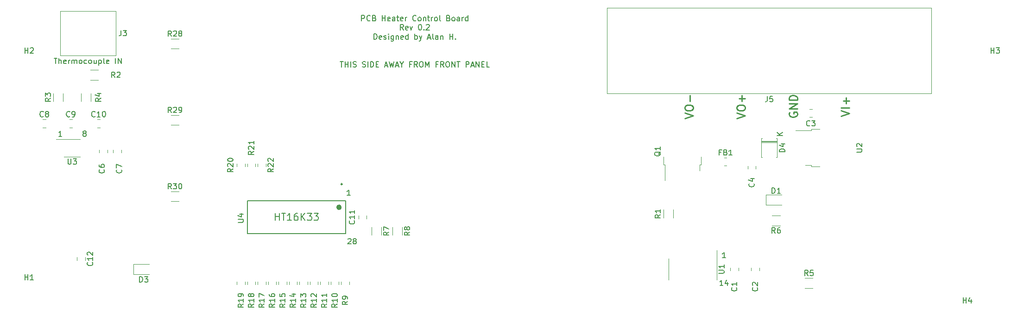
<source format=gbr>
%TF.GenerationSoftware,KiCad,Pcbnew,(5.1.9)-1*%
%TF.CreationDate,2021-09-06T15:07:46-04:00*%
%TF.ProjectId,PCB Heater,50434220-4865-4617-9465-722e6b696361,rev?*%
%TF.SameCoordinates,Original*%
%TF.FileFunction,Legend,Top*%
%TF.FilePolarity,Positive*%
%FSLAX46Y46*%
G04 Gerber Fmt 4.6, Leading zero omitted, Abs format (unit mm)*
G04 Created by KiCad (PCBNEW (5.1.9)-1) date 2021-09-06 15:07:46*
%MOMM*%
%LPD*%
G01*
G04 APERTURE LIST*
%ADD10C,0.150000*%
%ADD11C,0.250000*%
%ADD12C,0.120000*%
%ADD13C,0.500000*%
G04 APERTURE END LIST*
D10*
X111633095Y-88447619D02*
X111680714Y-88400000D01*
X111775952Y-88352380D01*
X112014047Y-88352380D01*
X112109285Y-88400000D01*
X112156904Y-88447619D01*
X112204523Y-88542857D01*
X112204523Y-88638095D01*
X112156904Y-88780952D01*
X111585476Y-89352380D01*
X112204523Y-89352380D01*
X112775952Y-88780952D02*
X112680714Y-88733333D01*
X112633095Y-88685714D01*
X112585476Y-88590476D01*
X112585476Y-88542857D01*
X112633095Y-88447619D01*
X112680714Y-88400000D01*
X112775952Y-88352380D01*
X112966428Y-88352380D01*
X113061666Y-88400000D01*
X113109285Y-88447619D01*
X113156904Y-88542857D01*
X113156904Y-88590476D01*
X113109285Y-88685714D01*
X113061666Y-88733333D01*
X112966428Y-88780952D01*
X112775952Y-88780952D01*
X112680714Y-88828571D01*
X112633095Y-88876190D01*
X112585476Y-88971428D01*
X112585476Y-89161904D01*
X112633095Y-89257142D01*
X112680714Y-89304761D01*
X112775952Y-89352380D01*
X112966428Y-89352380D01*
X113061666Y-89304761D01*
X113109285Y-89257142D01*
X113156904Y-89161904D01*
X113156904Y-88971428D01*
X113109285Y-88876190D01*
X113061666Y-88828571D01*
X112966428Y-88780952D01*
X112045714Y-80462380D02*
X111474285Y-80462380D01*
X111760000Y-80462380D02*
X111760000Y-79462380D01*
X111664761Y-79605238D01*
X111569523Y-79700476D01*
X111474285Y-79748095D01*
X63404761Y-69095952D02*
X63309523Y-69048333D01*
X63261904Y-69000714D01*
X63214285Y-68905476D01*
X63214285Y-68857857D01*
X63261904Y-68762619D01*
X63309523Y-68715000D01*
X63404761Y-68667380D01*
X63595238Y-68667380D01*
X63690476Y-68715000D01*
X63738095Y-68762619D01*
X63785714Y-68857857D01*
X63785714Y-68905476D01*
X63738095Y-69000714D01*
X63690476Y-69048333D01*
X63595238Y-69095952D01*
X63404761Y-69095952D01*
X63309523Y-69143571D01*
X63261904Y-69191190D01*
X63214285Y-69286428D01*
X63214285Y-69476904D01*
X63261904Y-69572142D01*
X63309523Y-69619761D01*
X63404761Y-69667380D01*
X63595238Y-69667380D01*
X63690476Y-69619761D01*
X63738095Y-69572142D01*
X63785714Y-69476904D01*
X63785714Y-69286428D01*
X63738095Y-69191190D01*
X63690476Y-69143571D01*
X63595238Y-69095952D01*
X59340714Y-69667380D02*
X58769285Y-69667380D01*
X59055000Y-69667380D02*
X59055000Y-68667380D01*
X58959761Y-68810238D01*
X58864523Y-68905476D01*
X58769285Y-68953095D01*
X180149523Y-96972380D02*
X179578095Y-96972380D01*
X179863809Y-96972380D02*
X179863809Y-95972380D01*
X179768571Y-96115238D01*
X179673333Y-96210476D01*
X179578095Y-96258095D01*
X181006666Y-96305714D02*
X181006666Y-96972380D01*
X180768571Y-95924761D02*
X180530476Y-96639047D01*
X181149523Y-96639047D01*
X180625714Y-91892380D02*
X180054285Y-91892380D01*
X180340000Y-91892380D02*
X180340000Y-90892380D01*
X180244761Y-91035238D01*
X180149523Y-91130476D01*
X180054285Y-91178095D01*
X110182142Y-55967380D02*
X110753571Y-55967380D01*
X110467857Y-56967380D02*
X110467857Y-55967380D01*
X111086904Y-56967380D02*
X111086904Y-55967380D01*
X111086904Y-56443571D02*
X111658333Y-56443571D01*
X111658333Y-56967380D02*
X111658333Y-55967380D01*
X112134523Y-56967380D02*
X112134523Y-55967380D01*
X112563095Y-56919761D02*
X112705952Y-56967380D01*
X112944047Y-56967380D01*
X113039285Y-56919761D01*
X113086904Y-56872142D01*
X113134523Y-56776904D01*
X113134523Y-56681666D01*
X113086904Y-56586428D01*
X113039285Y-56538809D01*
X112944047Y-56491190D01*
X112753571Y-56443571D01*
X112658333Y-56395952D01*
X112610714Y-56348333D01*
X112563095Y-56253095D01*
X112563095Y-56157857D01*
X112610714Y-56062619D01*
X112658333Y-56015000D01*
X112753571Y-55967380D01*
X112991666Y-55967380D01*
X113134523Y-56015000D01*
X114277380Y-56919761D02*
X114420238Y-56967380D01*
X114658333Y-56967380D01*
X114753571Y-56919761D01*
X114801190Y-56872142D01*
X114848809Y-56776904D01*
X114848809Y-56681666D01*
X114801190Y-56586428D01*
X114753571Y-56538809D01*
X114658333Y-56491190D01*
X114467857Y-56443571D01*
X114372619Y-56395952D01*
X114325000Y-56348333D01*
X114277380Y-56253095D01*
X114277380Y-56157857D01*
X114325000Y-56062619D01*
X114372619Y-56015000D01*
X114467857Y-55967380D01*
X114705952Y-55967380D01*
X114848809Y-56015000D01*
X115277380Y-56967380D02*
X115277380Y-55967380D01*
X115753571Y-56967380D02*
X115753571Y-55967380D01*
X115991666Y-55967380D01*
X116134523Y-56015000D01*
X116229761Y-56110238D01*
X116277380Y-56205476D01*
X116325000Y-56395952D01*
X116325000Y-56538809D01*
X116277380Y-56729285D01*
X116229761Y-56824523D01*
X116134523Y-56919761D01*
X115991666Y-56967380D01*
X115753571Y-56967380D01*
X116753571Y-56443571D02*
X117086904Y-56443571D01*
X117229761Y-56967380D02*
X116753571Y-56967380D01*
X116753571Y-55967380D01*
X117229761Y-55967380D01*
X118372619Y-56681666D02*
X118848809Y-56681666D01*
X118277380Y-56967380D02*
X118610714Y-55967380D01*
X118944047Y-56967380D01*
X119182142Y-55967380D02*
X119420238Y-56967380D01*
X119610714Y-56253095D01*
X119801190Y-56967380D01*
X120039285Y-55967380D01*
X120372619Y-56681666D02*
X120848809Y-56681666D01*
X120277380Y-56967380D02*
X120610714Y-55967380D01*
X120944047Y-56967380D01*
X121467857Y-56491190D02*
X121467857Y-56967380D01*
X121134523Y-55967380D02*
X121467857Y-56491190D01*
X121801190Y-55967380D01*
X123229761Y-56443571D02*
X122896428Y-56443571D01*
X122896428Y-56967380D02*
X122896428Y-55967380D01*
X123372619Y-55967380D01*
X124325000Y-56967380D02*
X123991666Y-56491190D01*
X123753571Y-56967380D02*
X123753571Y-55967380D01*
X124134523Y-55967380D01*
X124229761Y-56015000D01*
X124277380Y-56062619D01*
X124325000Y-56157857D01*
X124325000Y-56300714D01*
X124277380Y-56395952D01*
X124229761Y-56443571D01*
X124134523Y-56491190D01*
X123753571Y-56491190D01*
X124944047Y-55967380D02*
X125134523Y-55967380D01*
X125229761Y-56015000D01*
X125325000Y-56110238D01*
X125372619Y-56300714D01*
X125372619Y-56634047D01*
X125325000Y-56824523D01*
X125229761Y-56919761D01*
X125134523Y-56967380D01*
X124944047Y-56967380D01*
X124848809Y-56919761D01*
X124753571Y-56824523D01*
X124705952Y-56634047D01*
X124705952Y-56300714D01*
X124753571Y-56110238D01*
X124848809Y-56015000D01*
X124944047Y-55967380D01*
X125801190Y-56967380D02*
X125801190Y-55967380D01*
X126134523Y-56681666D01*
X126467857Y-55967380D01*
X126467857Y-56967380D01*
X128039285Y-56443571D02*
X127705952Y-56443571D01*
X127705952Y-56967380D02*
X127705952Y-55967380D01*
X128182142Y-55967380D01*
X129134523Y-56967380D02*
X128801190Y-56491190D01*
X128563095Y-56967380D02*
X128563095Y-55967380D01*
X128944047Y-55967380D01*
X129039285Y-56015000D01*
X129086904Y-56062619D01*
X129134523Y-56157857D01*
X129134523Y-56300714D01*
X129086904Y-56395952D01*
X129039285Y-56443571D01*
X128944047Y-56491190D01*
X128563095Y-56491190D01*
X129753571Y-55967380D02*
X129944047Y-55967380D01*
X130039285Y-56015000D01*
X130134523Y-56110238D01*
X130182142Y-56300714D01*
X130182142Y-56634047D01*
X130134523Y-56824523D01*
X130039285Y-56919761D01*
X129944047Y-56967380D01*
X129753571Y-56967380D01*
X129658333Y-56919761D01*
X129563095Y-56824523D01*
X129515476Y-56634047D01*
X129515476Y-56300714D01*
X129563095Y-56110238D01*
X129658333Y-56015000D01*
X129753571Y-55967380D01*
X130610714Y-56967380D02*
X130610714Y-55967380D01*
X131182142Y-56967380D01*
X131182142Y-55967380D01*
X131515476Y-55967380D02*
X132086904Y-55967380D01*
X131801190Y-56967380D02*
X131801190Y-55967380D01*
X133182142Y-56967380D02*
X133182142Y-55967380D01*
X133563095Y-55967380D01*
X133658333Y-56015000D01*
X133705952Y-56062619D01*
X133753571Y-56157857D01*
X133753571Y-56300714D01*
X133705952Y-56395952D01*
X133658333Y-56443571D01*
X133563095Y-56491190D01*
X133182142Y-56491190D01*
X134134523Y-56681666D02*
X134610714Y-56681666D01*
X134039285Y-56967380D02*
X134372619Y-55967380D01*
X134705952Y-56967380D01*
X135039285Y-56967380D02*
X135039285Y-55967380D01*
X135610714Y-56967380D01*
X135610714Y-55967380D01*
X136086904Y-56443571D02*
X136420238Y-56443571D01*
X136563095Y-56967380D02*
X136086904Y-56967380D01*
X136086904Y-55967380D01*
X136563095Y-55967380D01*
X137467857Y-56967380D02*
X136991666Y-56967380D01*
X136991666Y-55967380D01*
X116372619Y-51887380D02*
X116372619Y-50887380D01*
X116610714Y-50887380D01*
X116753571Y-50935000D01*
X116848809Y-51030238D01*
X116896428Y-51125476D01*
X116944047Y-51315952D01*
X116944047Y-51458809D01*
X116896428Y-51649285D01*
X116848809Y-51744523D01*
X116753571Y-51839761D01*
X116610714Y-51887380D01*
X116372619Y-51887380D01*
X117753571Y-51839761D02*
X117658333Y-51887380D01*
X117467857Y-51887380D01*
X117372619Y-51839761D01*
X117325000Y-51744523D01*
X117325000Y-51363571D01*
X117372619Y-51268333D01*
X117467857Y-51220714D01*
X117658333Y-51220714D01*
X117753571Y-51268333D01*
X117801190Y-51363571D01*
X117801190Y-51458809D01*
X117325000Y-51554047D01*
X118182142Y-51839761D02*
X118277380Y-51887380D01*
X118467857Y-51887380D01*
X118563095Y-51839761D01*
X118610714Y-51744523D01*
X118610714Y-51696904D01*
X118563095Y-51601666D01*
X118467857Y-51554047D01*
X118325000Y-51554047D01*
X118229761Y-51506428D01*
X118182142Y-51411190D01*
X118182142Y-51363571D01*
X118229761Y-51268333D01*
X118325000Y-51220714D01*
X118467857Y-51220714D01*
X118563095Y-51268333D01*
X119039285Y-51887380D02*
X119039285Y-51220714D01*
X119039285Y-50887380D02*
X118991666Y-50935000D01*
X119039285Y-50982619D01*
X119086904Y-50935000D01*
X119039285Y-50887380D01*
X119039285Y-50982619D01*
X119944047Y-51220714D02*
X119944047Y-52030238D01*
X119896428Y-52125476D01*
X119848809Y-52173095D01*
X119753571Y-52220714D01*
X119610714Y-52220714D01*
X119515476Y-52173095D01*
X119944047Y-51839761D02*
X119848809Y-51887380D01*
X119658333Y-51887380D01*
X119563095Y-51839761D01*
X119515476Y-51792142D01*
X119467857Y-51696904D01*
X119467857Y-51411190D01*
X119515476Y-51315952D01*
X119563095Y-51268333D01*
X119658333Y-51220714D01*
X119848809Y-51220714D01*
X119944047Y-51268333D01*
X120420238Y-51220714D02*
X120420238Y-51887380D01*
X120420238Y-51315952D02*
X120467857Y-51268333D01*
X120563095Y-51220714D01*
X120705952Y-51220714D01*
X120801190Y-51268333D01*
X120848809Y-51363571D01*
X120848809Y-51887380D01*
X121705952Y-51839761D02*
X121610714Y-51887380D01*
X121420238Y-51887380D01*
X121325000Y-51839761D01*
X121277380Y-51744523D01*
X121277380Y-51363571D01*
X121325000Y-51268333D01*
X121420238Y-51220714D01*
X121610714Y-51220714D01*
X121705952Y-51268333D01*
X121753571Y-51363571D01*
X121753571Y-51458809D01*
X121277380Y-51554047D01*
X122610714Y-51887380D02*
X122610714Y-50887380D01*
X122610714Y-51839761D02*
X122515476Y-51887380D01*
X122325000Y-51887380D01*
X122229761Y-51839761D01*
X122182142Y-51792142D01*
X122134523Y-51696904D01*
X122134523Y-51411190D01*
X122182142Y-51315952D01*
X122229761Y-51268333D01*
X122325000Y-51220714D01*
X122515476Y-51220714D01*
X122610714Y-51268333D01*
X123848809Y-51887380D02*
X123848809Y-50887380D01*
X123848809Y-51268333D02*
X123944047Y-51220714D01*
X124134523Y-51220714D01*
X124229761Y-51268333D01*
X124277380Y-51315952D01*
X124325000Y-51411190D01*
X124325000Y-51696904D01*
X124277380Y-51792142D01*
X124229761Y-51839761D01*
X124134523Y-51887380D01*
X123944047Y-51887380D01*
X123848809Y-51839761D01*
X124658333Y-51220714D02*
X124896428Y-51887380D01*
X125134523Y-51220714D02*
X124896428Y-51887380D01*
X124801190Y-52125476D01*
X124753571Y-52173095D01*
X124658333Y-52220714D01*
X126229761Y-51601666D02*
X126705952Y-51601666D01*
X126134523Y-51887380D02*
X126467857Y-50887380D01*
X126801190Y-51887380D01*
X127277380Y-51887380D02*
X127182142Y-51839761D01*
X127134523Y-51744523D01*
X127134523Y-50887380D01*
X128086904Y-51887380D02*
X128086904Y-51363571D01*
X128039285Y-51268333D01*
X127944047Y-51220714D01*
X127753571Y-51220714D01*
X127658333Y-51268333D01*
X128086904Y-51839761D02*
X127991666Y-51887380D01*
X127753571Y-51887380D01*
X127658333Y-51839761D01*
X127610714Y-51744523D01*
X127610714Y-51649285D01*
X127658333Y-51554047D01*
X127753571Y-51506428D01*
X127991666Y-51506428D01*
X128086904Y-51458809D01*
X128563095Y-51220714D02*
X128563095Y-51887380D01*
X128563095Y-51315952D02*
X128610714Y-51268333D01*
X128705952Y-51220714D01*
X128848809Y-51220714D01*
X128944047Y-51268333D01*
X128991666Y-51363571D01*
X128991666Y-51887380D01*
X130229761Y-51887380D02*
X130229761Y-50887380D01*
X130229761Y-51363571D02*
X130801190Y-51363571D01*
X130801190Y-51887380D02*
X130801190Y-50887380D01*
X131277380Y-51792142D02*
X131325000Y-51839761D01*
X131277380Y-51887380D01*
X131229761Y-51839761D01*
X131277380Y-51792142D01*
X131277380Y-51887380D01*
X114110714Y-48522380D02*
X114110714Y-47522380D01*
X114491666Y-47522380D01*
X114586904Y-47570000D01*
X114634523Y-47617619D01*
X114682142Y-47712857D01*
X114682142Y-47855714D01*
X114634523Y-47950952D01*
X114586904Y-47998571D01*
X114491666Y-48046190D01*
X114110714Y-48046190D01*
X115682142Y-48427142D02*
X115634523Y-48474761D01*
X115491666Y-48522380D01*
X115396428Y-48522380D01*
X115253571Y-48474761D01*
X115158333Y-48379523D01*
X115110714Y-48284285D01*
X115063095Y-48093809D01*
X115063095Y-47950952D01*
X115110714Y-47760476D01*
X115158333Y-47665238D01*
X115253571Y-47570000D01*
X115396428Y-47522380D01*
X115491666Y-47522380D01*
X115634523Y-47570000D01*
X115682142Y-47617619D01*
X116444047Y-47998571D02*
X116586904Y-48046190D01*
X116634523Y-48093809D01*
X116682142Y-48189047D01*
X116682142Y-48331904D01*
X116634523Y-48427142D01*
X116586904Y-48474761D01*
X116491666Y-48522380D01*
X116110714Y-48522380D01*
X116110714Y-47522380D01*
X116444047Y-47522380D01*
X116539285Y-47570000D01*
X116586904Y-47617619D01*
X116634523Y-47712857D01*
X116634523Y-47808095D01*
X116586904Y-47903333D01*
X116539285Y-47950952D01*
X116444047Y-47998571D01*
X116110714Y-47998571D01*
X117872619Y-48522380D02*
X117872619Y-47522380D01*
X117872619Y-47998571D02*
X118444047Y-47998571D01*
X118444047Y-48522380D02*
X118444047Y-47522380D01*
X119301190Y-48474761D02*
X119205952Y-48522380D01*
X119015476Y-48522380D01*
X118920238Y-48474761D01*
X118872619Y-48379523D01*
X118872619Y-47998571D01*
X118920238Y-47903333D01*
X119015476Y-47855714D01*
X119205952Y-47855714D01*
X119301190Y-47903333D01*
X119348809Y-47998571D01*
X119348809Y-48093809D01*
X118872619Y-48189047D01*
X120205952Y-48522380D02*
X120205952Y-47998571D01*
X120158333Y-47903333D01*
X120063095Y-47855714D01*
X119872619Y-47855714D01*
X119777380Y-47903333D01*
X120205952Y-48474761D02*
X120110714Y-48522380D01*
X119872619Y-48522380D01*
X119777380Y-48474761D01*
X119729761Y-48379523D01*
X119729761Y-48284285D01*
X119777380Y-48189047D01*
X119872619Y-48141428D01*
X120110714Y-48141428D01*
X120205952Y-48093809D01*
X120539285Y-47855714D02*
X120920238Y-47855714D01*
X120682142Y-47522380D02*
X120682142Y-48379523D01*
X120729761Y-48474761D01*
X120825000Y-48522380D01*
X120920238Y-48522380D01*
X121634523Y-48474761D02*
X121539285Y-48522380D01*
X121348809Y-48522380D01*
X121253571Y-48474761D01*
X121205952Y-48379523D01*
X121205952Y-47998571D01*
X121253571Y-47903333D01*
X121348809Y-47855714D01*
X121539285Y-47855714D01*
X121634523Y-47903333D01*
X121682142Y-47998571D01*
X121682142Y-48093809D01*
X121205952Y-48189047D01*
X122110714Y-48522380D02*
X122110714Y-47855714D01*
X122110714Y-48046190D02*
X122158333Y-47950952D01*
X122205952Y-47903333D01*
X122301190Y-47855714D01*
X122396428Y-47855714D01*
X124063095Y-48427142D02*
X124015476Y-48474761D01*
X123872619Y-48522380D01*
X123777380Y-48522380D01*
X123634523Y-48474761D01*
X123539285Y-48379523D01*
X123491666Y-48284285D01*
X123444047Y-48093809D01*
X123444047Y-47950952D01*
X123491666Y-47760476D01*
X123539285Y-47665238D01*
X123634523Y-47570000D01*
X123777380Y-47522380D01*
X123872619Y-47522380D01*
X124015476Y-47570000D01*
X124063095Y-47617619D01*
X124634523Y-48522380D02*
X124539285Y-48474761D01*
X124491666Y-48427142D01*
X124444047Y-48331904D01*
X124444047Y-48046190D01*
X124491666Y-47950952D01*
X124539285Y-47903333D01*
X124634523Y-47855714D01*
X124777380Y-47855714D01*
X124872619Y-47903333D01*
X124920238Y-47950952D01*
X124967857Y-48046190D01*
X124967857Y-48331904D01*
X124920238Y-48427142D01*
X124872619Y-48474761D01*
X124777380Y-48522380D01*
X124634523Y-48522380D01*
X125396428Y-47855714D02*
X125396428Y-48522380D01*
X125396428Y-47950952D02*
X125444047Y-47903333D01*
X125539285Y-47855714D01*
X125682142Y-47855714D01*
X125777380Y-47903333D01*
X125825000Y-47998571D01*
X125825000Y-48522380D01*
X126158333Y-47855714D02*
X126539285Y-47855714D01*
X126301190Y-47522380D02*
X126301190Y-48379523D01*
X126348809Y-48474761D01*
X126444047Y-48522380D01*
X126539285Y-48522380D01*
X126872619Y-48522380D02*
X126872619Y-47855714D01*
X126872619Y-48046190D02*
X126920238Y-47950952D01*
X126967857Y-47903333D01*
X127063095Y-47855714D01*
X127158333Y-47855714D01*
X127634523Y-48522380D02*
X127539285Y-48474761D01*
X127491666Y-48427142D01*
X127444047Y-48331904D01*
X127444047Y-48046190D01*
X127491666Y-47950952D01*
X127539285Y-47903333D01*
X127634523Y-47855714D01*
X127777380Y-47855714D01*
X127872619Y-47903333D01*
X127920238Y-47950952D01*
X127967857Y-48046190D01*
X127967857Y-48331904D01*
X127920238Y-48427142D01*
X127872619Y-48474761D01*
X127777380Y-48522380D01*
X127634523Y-48522380D01*
X128539285Y-48522380D02*
X128444047Y-48474761D01*
X128396428Y-48379523D01*
X128396428Y-47522380D01*
X130015476Y-47998571D02*
X130158333Y-48046190D01*
X130205952Y-48093809D01*
X130253571Y-48189047D01*
X130253571Y-48331904D01*
X130205952Y-48427142D01*
X130158333Y-48474761D01*
X130063095Y-48522380D01*
X129682142Y-48522380D01*
X129682142Y-47522380D01*
X130015476Y-47522380D01*
X130110714Y-47570000D01*
X130158333Y-47617619D01*
X130205952Y-47712857D01*
X130205952Y-47808095D01*
X130158333Y-47903333D01*
X130110714Y-47950952D01*
X130015476Y-47998571D01*
X129682142Y-47998571D01*
X130825000Y-48522380D02*
X130729761Y-48474761D01*
X130682142Y-48427142D01*
X130634523Y-48331904D01*
X130634523Y-48046190D01*
X130682142Y-47950952D01*
X130729761Y-47903333D01*
X130825000Y-47855714D01*
X130967857Y-47855714D01*
X131063095Y-47903333D01*
X131110714Y-47950952D01*
X131158333Y-48046190D01*
X131158333Y-48331904D01*
X131110714Y-48427142D01*
X131063095Y-48474761D01*
X130967857Y-48522380D01*
X130825000Y-48522380D01*
X132015476Y-48522380D02*
X132015476Y-47998571D01*
X131967857Y-47903333D01*
X131872619Y-47855714D01*
X131682142Y-47855714D01*
X131586904Y-47903333D01*
X132015476Y-48474761D02*
X131920238Y-48522380D01*
X131682142Y-48522380D01*
X131586904Y-48474761D01*
X131539285Y-48379523D01*
X131539285Y-48284285D01*
X131586904Y-48189047D01*
X131682142Y-48141428D01*
X131920238Y-48141428D01*
X132015476Y-48093809D01*
X132491666Y-48522380D02*
X132491666Y-47855714D01*
X132491666Y-48046190D02*
X132539285Y-47950952D01*
X132586904Y-47903333D01*
X132682142Y-47855714D01*
X132777380Y-47855714D01*
X133539285Y-48522380D02*
X133539285Y-47522380D01*
X133539285Y-48474761D02*
X133444047Y-48522380D01*
X133253571Y-48522380D01*
X133158333Y-48474761D01*
X133110714Y-48427142D01*
X133063095Y-48331904D01*
X133063095Y-48046190D01*
X133110714Y-47950952D01*
X133158333Y-47903333D01*
X133253571Y-47855714D01*
X133444047Y-47855714D01*
X133539285Y-47903333D01*
X121753571Y-50172380D02*
X121420238Y-49696190D01*
X121182142Y-50172380D02*
X121182142Y-49172380D01*
X121563095Y-49172380D01*
X121658333Y-49220000D01*
X121705952Y-49267619D01*
X121753571Y-49362857D01*
X121753571Y-49505714D01*
X121705952Y-49600952D01*
X121658333Y-49648571D01*
X121563095Y-49696190D01*
X121182142Y-49696190D01*
X122563095Y-50124761D02*
X122467857Y-50172380D01*
X122277380Y-50172380D01*
X122182142Y-50124761D01*
X122134523Y-50029523D01*
X122134523Y-49648571D01*
X122182142Y-49553333D01*
X122277380Y-49505714D01*
X122467857Y-49505714D01*
X122563095Y-49553333D01*
X122610714Y-49648571D01*
X122610714Y-49743809D01*
X122134523Y-49839047D01*
X122944047Y-49505714D02*
X123182142Y-50172380D01*
X123420238Y-49505714D01*
X124753571Y-49172380D02*
X124848809Y-49172380D01*
X124944047Y-49220000D01*
X124991666Y-49267619D01*
X125039285Y-49362857D01*
X125086904Y-49553333D01*
X125086904Y-49791428D01*
X125039285Y-49981904D01*
X124991666Y-50077142D01*
X124944047Y-50124761D01*
X124848809Y-50172380D01*
X124753571Y-50172380D01*
X124658333Y-50124761D01*
X124610714Y-50077142D01*
X124563095Y-49981904D01*
X124515476Y-49791428D01*
X124515476Y-49553333D01*
X124563095Y-49362857D01*
X124610714Y-49267619D01*
X124658333Y-49220000D01*
X124753571Y-49172380D01*
X125515476Y-50077142D02*
X125563095Y-50124761D01*
X125515476Y-50172380D01*
X125467857Y-50124761D01*
X125515476Y-50077142D01*
X125515476Y-50172380D01*
X125944047Y-49267619D02*
X125991666Y-49220000D01*
X126086904Y-49172380D01*
X126325000Y-49172380D01*
X126420238Y-49220000D01*
X126467857Y-49267619D01*
X126515476Y-49362857D01*
X126515476Y-49458095D01*
X126467857Y-49600952D01*
X125896428Y-50172380D01*
X126515476Y-50172380D01*
X57920714Y-55332380D02*
X58492142Y-55332380D01*
X58206428Y-56332380D02*
X58206428Y-55332380D01*
X58825476Y-56332380D02*
X58825476Y-55332380D01*
X59254047Y-56332380D02*
X59254047Y-55808571D01*
X59206428Y-55713333D01*
X59111190Y-55665714D01*
X58968333Y-55665714D01*
X58873095Y-55713333D01*
X58825476Y-55760952D01*
X60111190Y-56284761D02*
X60015952Y-56332380D01*
X59825476Y-56332380D01*
X59730238Y-56284761D01*
X59682619Y-56189523D01*
X59682619Y-55808571D01*
X59730238Y-55713333D01*
X59825476Y-55665714D01*
X60015952Y-55665714D01*
X60111190Y-55713333D01*
X60158809Y-55808571D01*
X60158809Y-55903809D01*
X59682619Y-55999047D01*
X60587380Y-56332380D02*
X60587380Y-55665714D01*
X60587380Y-55856190D02*
X60635000Y-55760952D01*
X60682619Y-55713333D01*
X60777857Y-55665714D01*
X60873095Y-55665714D01*
X61206428Y-56332380D02*
X61206428Y-55665714D01*
X61206428Y-55760952D02*
X61254047Y-55713333D01*
X61349285Y-55665714D01*
X61492142Y-55665714D01*
X61587380Y-55713333D01*
X61635000Y-55808571D01*
X61635000Y-56332380D01*
X61635000Y-55808571D02*
X61682619Y-55713333D01*
X61777857Y-55665714D01*
X61920714Y-55665714D01*
X62015952Y-55713333D01*
X62063571Y-55808571D01*
X62063571Y-56332380D01*
X62682619Y-56332380D02*
X62587380Y-56284761D01*
X62539761Y-56237142D01*
X62492142Y-56141904D01*
X62492142Y-55856190D01*
X62539761Y-55760952D01*
X62587380Y-55713333D01*
X62682619Y-55665714D01*
X62825476Y-55665714D01*
X62920714Y-55713333D01*
X62968333Y-55760952D01*
X63015952Y-55856190D01*
X63015952Y-56141904D01*
X62968333Y-56237142D01*
X62920714Y-56284761D01*
X62825476Y-56332380D01*
X62682619Y-56332380D01*
X63873095Y-56284761D02*
X63777857Y-56332380D01*
X63587380Y-56332380D01*
X63492142Y-56284761D01*
X63444523Y-56237142D01*
X63396904Y-56141904D01*
X63396904Y-55856190D01*
X63444523Y-55760952D01*
X63492142Y-55713333D01*
X63587380Y-55665714D01*
X63777857Y-55665714D01*
X63873095Y-55713333D01*
X64444523Y-56332380D02*
X64349285Y-56284761D01*
X64301666Y-56237142D01*
X64254047Y-56141904D01*
X64254047Y-55856190D01*
X64301666Y-55760952D01*
X64349285Y-55713333D01*
X64444523Y-55665714D01*
X64587380Y-55665714D01*
X64682619Y-55713333D01*
X64730238Y-55760952D01*
X64777857Y-55856190D01*
X64777857Y-56141904D01*
X64730238Y-56237142D01*
X64682619Y-56284761D01*
X64587380Y-56332380D01*
X64444523Y-56332380D01*
X65635000Y-55665714D02*
X65635000Y-56332380D01*
X65206428Y-55665714D02*
X65206428Y-56189523D01*
X65254047Y-56284761D01*
X65349285Y-56332380D01*
X65492142Y-56332380D01*
X65587380Y-56284761D01*
X65635000Y-56237142D01*
X66111190Y-55665714D02*
X66111190Y-56665714D01*
X66111190Y-55713333D02*
X66206428Y-55665714D01*
X66396904Y-55665714D01*
X66492142Y-55713333D01*
X66539761Y-55760952D01*
X66587380Y-55856190D01*
X66587380Y-56141904D01*
X66539761Y-56237142D01*
X66492142Y-56284761D01*
X66396904Y-56332380D01*
X66206428Y-56332380D01*
X66111190Y-56284761D01*
X67158809Y-56332380D02*
X67063571Y-56284761D01*
X67015952Y-56189523D01*
X67015952Y-55332380D01*
X67920714Y-56284761D02*
X67825476Y-56332380D01*
X67635000Y-56332380D01*
X67539761Y-56284761D01*
X67492142Y-56189523D01*
X67492142Y-55808571D01*
X67539761Y-55713333D01*
X67635000Y-55665714D01*
X67825476Y-55665714D01*
X67920714Y-55713333D01*
X67968333Y-55808571D01*
X67968333Y-55903809D01*
X67492142Y-55999047D01*
X69158809Y-56332380D02*
X69158809Y-55332380D01*
X69635000Y-56332380D02*
X69635000Y-55332380D01*
X70206428Y-56332380D01*
X70206428Y-55332380D01*
D11*
X173168571Y-66349285D02*
X174668571Y-65849285D01*
X173168571Y-65349285D01*
X173168571Y-64563571D02*
X173168571Y-64277857D01*
X173240000Y-64135000D01*
X173382857Y-63992142D01*
X173668571Y-63920714D01*
X174168571Y-63920714D01*
X174454285Y-63992142D01*
X174597142Y-64135000D01*
X174668571Y-64277857D01*
X174668571Y-64563571D01*
X174597142Y-64706428D01*
X174454285Y-64849285D01*
X174168571Y-64920714D01*
X173668571Y-64920714D01*
X173382857Y-64849285D01*
X173240000Y-64706428D01*
X173168571Y-64563571D01*
X174097142Y-63277857D02*
X174097142Y-62135000D01*
X182693571Y-66349285D02*
X184193571Y-65849285D01*
X182693571Y-65349285D01*
X182693571Y-64563571D02*
X182693571Y-64277857D01*
X182765000Y-64135000D01*
X182907857Y-63992142D01*
X183193571Y-63920714D01*
X183693571Y-63920714D01*
X183979285Y-63992142D01*
X184122142Y-64135000D01*
X184193571Y-64277857D01*
X184193571Y-64563571D01*
X184122142Y-64706428D01*
X183979285Y-64849285D01*
X183693571Y-64920714D01*
X183193571Y-64920714D01*
X182907857Y-64849285D01*
X182765000Y-64706428D01*
X182693571Y-64563571D01*
X183622142Y-63277857D02*
X183622142Y-62135000D01*
X184193571Y-62706428D02*
X183050714Y-62706428D01*
X192290000Y-65277857D02*
X192218571Y-65420714D01*
X192218571Y-65635000D01*
X192290000Y-65849285D01*
X192432857Y-65992142D01*
X192575714Y-66063571D01*
X192861428Y-66135000D01*
X193075714Y-66135000D01*
X193361428Y-66063571D01*
X193504285Y-65992142D01*
X193647142Y-65849285D01*
X193718571Y-65635000D01*
X193718571Y-65492142D01*
X193647142Y-65277857D01*
X193575714Y-65206428D01*
X193075714Y-65206428D01*
X193075714Y-65492142D01*
X193718571Y-64563571D02*
X192218571Y-64563571D01*
X193718571Y-63706428D01*
X192218571Y-63706428D01*
X193718571Y-62992142D02*
X192218571Y-62992142D01*
X192218571Y-62635000D01*
X192290000Y-62420714D01*
X192432857Y-62277857D01*
X192575714Y-62206428D01*
X192861428Y-62135000D01*
X193075714Y-62135000D01*
X193361428Y-62206428D01*
X193504285Y-62277857D01*
X193647142Y-62420714D01*
X193718571Y-62635000D01*
X193718571Y-62992142D01*
X201743571Y-65920714D02*
X203243571Y-65420714D01*
X201743571Y-64920714D01*
X203243571Y-64420714D02*
X201743571Y-64420714D01*
X202672142Y-63706428D02*
X202672142Y-62563571D01*
X203243571Y-63135000D02*
X202100714Y-63135000D01*
D12*
%TO.C,U1*%
X170190000Y-93980000D02*
X170190000Y-95930000D01*
X170190000Y-93980000D02*
X170190000Y-92030000D01*
X179060000Y-93980000D02*
X179060000Y-95930000D01*
X179060000Y-93980000D02*
X179060000Y-90530000D01*
%TO.C,Q1*%
X169270000Y-73360000D02*
X169270000Y-74860000D01*
X169270000Y-74860000D02*
X169540000Y-74860000D01*
X169540000Y-74860000D02*
X169540000Y-77690000D01*
X176170000Y-73360000D02*
X176170000Y-74860000D01*
X176170000Y-74860000D02*
X175900000Y-74860000D01*
X175900000Y-74860000D02*
X175900000Y-75960000D01*
%TO.C,D3*%
X75295000Y-93020000D02*
X72435000Y-93020000D01*
X72435000Y-93020000D02*
X72435000Y-94940000D01*
X72435000Y-94940000D02*
X75295000Y-94940000D01*
%TO.C,R22*%
X96620000Y-74702936D02*
X96620000Y-75157064D01*
X95150000Y-74702936D02*
X95150000Y-75157064D01*
%TO.C,R21*%
X94715000Y-74702936D02*
X94715000Y-75157064D01*
X93245000Y-74702936D02*
X93245000Y-75157064D01*
%TO.C,R20*%
X92810000Y-74702936D02*
X92810000Y-75157064D01*
X91340000Y-74702936D02*
X91340000Y-75157064D01*
%TO.C,R19*%
X91340000Y-96747064D02*
X91340000Y-96292936D01*
X92810000Y-96747064D02*
X92810000Y-96292936D01*
%TO.C,R18*%
X93245000Y-96747064D02*
X93245000Y-96292936D01*
X94715000Y-96747064D02*
X94715000Y-96292936D01*
%TO.C,R17*%
X95150000Y-96747064D02*
X95150000Y-96292936D01*
X96620000Y-96747064D02*
X96620000Y-96292936D01*
%TO.C,R16*%
X97055000Y-96747064D02*
X97055000Y-96292936D01*
X98525000Y-96747064D02*
X98525000Y-96292936D01*
%TO.C,R15*%
X98960000Y-96747064D02*
X98960000Y-96292936D01*
X100430000Y-96747064D02*
X100430000Y-96292936D01*
%TO.C,R14*%
X100865000Y-96747064D02*
X100865000Y-96292936D01*
X102335000Y-96747064D02*
X102335000Y-96292936D01*
%TO.C,R13*%
X102770000Y-96747064D02*
X102770000Y-96292936D01*
X104240000Y-96747064D02*
X104240000Y-96292936D01*
%TO.C,R12*%
X104675000Y-96747064D02*
X104675000Y-96292936D01*
X106145000Y-96747064D02*
X106145000Y-96292936D01*
%TO.C,R11*%
X106580000Y-96747064D02*
X106580000Y-96292936D01*
X108050000Y-96747064D02*
X108050000Y-96292936D01*
%TO.C,R10*%
X108485000Y-96747064D02*
X108485000Y-96292936D01*
X109955000Y-96747064D02*
X109955000Y-96292936D01*
%TO.C,R9*%
X110390000Y-96747064D02*
X110390000Y-96292936D01*
X111860000Y-96747064D02*
X111860000Y-96292936D01*
D10*
%TO.C,U4*%
X93282500Y-81485904D02*
X111187500Y-81485904D01*
X111187500Y-81485904D02*
X111187500Y-87424096D01*
X111187500Y-87424096D02*
X93282500Y-87424096D01*
X93282500Y-87424096D02*
X93282500Y-81485904D01*
D13*
X110237500Y-82635904D02*
G75*
G03*
X110237500Y-82635904I-250000J0D01*
G01*
D11*
X110615000Y-78405000D02*
G75*
G03*
X110615000Y-78405000I-125000J0D01*
G01*
D12*
%TO.C,U3*%
X61214000Y-73365000D02*
X62714000Y-73365000D01*
X61214000Y-73365000D02*
X59714000Y-73365000D01*
X61214000Y-70145000D02*
X62714000Y-70145000D01*
X61214000Y-70145000D02*
X58289000Y-70145000D01*
%TO.C,U2*%
X197785000Y-68305000D02*
X196285000Y-68305000D01*
X196285000Y-68305000D02*
X196285000Y-68575000D01*
X196285000Y-68575000D02*
X193455000Y-68575000D01*
X197785000Y-75205000D02*
X196285000Y-75205000D01*
X196285000Y-75205000D02*
X196285000Y-74935000D01*
X196285000Y-74935000D02*
X195185000Y-74935000D01*
%TO.C,R30*%
X79282936Y-79735000D02*
X80737064Y-79735000D01*
X79282936Y-81555000D02*
X80737064Y-81555000D01*
%TO.C,R29*%
X79282936Y-65765000D02*
X80737064Y-65765000D01*
X79282936Y-67585000D02*
X80737064Y-67585000D01*
%TO.C,R28*%
X79282936Y-51795000D02*
X80737064Y-51795000D01*
X79282936Y-53615000D02*
X80737064Y-53615000D01*
%TO.C,R8*%
X121560000Y-86267936D02*
X121560000Y-87722064D01*
X119740000Y-86267936D02*
X119740000Y-87722064D01*
%TO.C,R7*%
X117750000Y-86267936D02*
X117750000Y-87722064D01*
X115930000Y-86267936D02*
X115930000Y-87722064D01*
%TO.C,R6*%
X190592064Y-86000000D02*
X189137936Y-86000000D01*
X190592064Y-84180000D02*
X189137936Y-84180000D01*
%TO.C,R5*%
X195132936Y-95610000D02*
X196587064Y-95610000D01*
X195132936Y-97430000D02*
X196587064Y-97430000D01*
%TO.C,R4*%
X62844000Y-63237064D02*
X62844000Y-61782936D01*
X64664000Y-63237064D02*
X64664000Y-61782936D01*
%TO.C,R3*%
X57764000Y-63237064D02*
X57764000Y-61782936D01*
X59584000Y-63237064D02*
X59584000Y-61782936D01*
%TO.C,R2*%
X64576936Y-57510000D02*
X66031064Y-57510000D01*
X64576936Y-59330000D02*
X66031064Y-59330000D01*
%TO.C,R1*%
X171090000Y-83092936D02*
X171090000Y-84547064D01*
X169270000Y-83092936D02*
X169270000Y-84547064D01*
%TO.C,J5*%
X158995000Y-46125000D02*
X218195000Y-46125000D01*
X158995000Y-61825000D02*
X218195000Y-61825000D01*
X218195000Y-61825000D02*
X218195000Y-46125000D01*
X158995000Y-46125000D02*
X158995000Y-61825000D01*
%TO.C,J3*%
X69215000Y-54900000D02*
X59055000Y-54900000D01*
X69215000Y-54900000D02*
X69215000Y-46700000D01*
X59055000Y-46700000D02*
X69215000Y-46700000D01*
X59055000Y-46700000D02*
X59055000Y-54900000D01*
%TO.C,FB1*%
X180382936Y-73560000D02*
X180837064Y-73560000D01*
X180382936Y-75030000D02*
X180837064Y-75030000D01*
%TO.C,D4*%
X189835000Y-70035000D02*
X190015000Y-70035000D01*
X190015000Y-70035000D02*
X190015000Y-73475000D01*
X190015000Y-73475000D02*
X189835000Y-73475000D01*
X187355000Y-70035000D02*
X187175000Y-70035000D01*
X187175000Y-70035000D02*
X187175000Y-73475000D01*
X187175000Y-73475000D02*
X187355000Y-73475000D01*
X190015000Y-70635000D02*
X187175000Y-70635000D01*
X190015000Y-70755000D02*
X187175000Y-70755000D01*
X190015000Y-70515000D02*
X187175000Y-70515000D01*
%TO.C,D1*%
X190865000Y-80320000D02*
X188005000Y-80320000D01*
X188005000Y-80320000D02*
X188005000Y-82240000D01*
X188005000Y-82240000D02*
X190865000Y-82240000D01*
%TO.C,C12*%
X63600000Y-91813748D02*
X63600000Y-92336252D01*
X62130000Y-91813748D02*
X62130000Y-92336252D01*
%TO.C,C11*%
X113565000Y-84716252D02*
X113565000Y-84193748D01*
X115035000Y-84716252D02*
X115035000Y-84193748D01*
%TO.C,C10*%
X65800248Y-66575000D02*
X66322752Y-66575000D01*
X65800248Y-68045000D02*
X66322752Y-68045000D01*
%TO.C,C9*%
X60720248Y-66575000D02*
X61242752Y-66575000D01*
X60720248Y-68045000D02*
X61242752Y-68045000D01*
%TO.C,C8*%
X55872748Y-66575000D02*
X56395252Y-66575000D01*
X55872748Y-68045000D02*
X56395252Y-68045000D01*
%TO.C,C7*%
X70204000Y-72128748D02*
X70204000Y-72651252D01*
X68734000Y-72128748D02*
X68734000Y-72651252D01*
%TO.C,C6*%
X67664000Y-72128748D02*
X67664000Y-72651252D01*
X66194000Y-72128748D02*
X66194000Y-72651252D01*
%TO.C,C4*%
X186155000Y-75071248D02*
X186155000Y-75593752D01*
X184685000Y-75071248D02*
X184685000Y-75593752D01*
%TO.C,C3*%
X195953748Y-64670000D02*
X196476252Y-64670000D01*
X195953748Y-66140000D02*
X196476252Y-66140000D01*
%TO.C,C2*%
X186790000Y-93718748D02*
X186790000Y-94241252D01*
X185320000Y-93718748D02*
X185320000Y-94241252D01*
%TO.C,C1*%
X182980000Y-93718748D02*
X182980000Y-94241252D01*
X181510000Y-93718748D02*
X181510000Y-94241252D01*
%TO.C,H3*%
D10*
X229108095Y-54427380D02*
X229108095Y-53427380D01*
X229108095Y-53903571D02*
X229679523Y-53903571D01*
X229679523Y-54427380D02*
X229679523Y-53427380D01*
X230060476Y-53427380D02*
X230679523Y-53427380D01*
X230346190Y-53808333D01*
X230489047Y-53808333D01*
X230584285Y-53855952D01*
X230631904Y-53903571D01*
X230679523Y-53998809D01*
X230679523Y-54236904D01*
X230631904Y-54332142D01*
X230584285Y-54379761D01*
X230489047Y-54427380D01*
X230203333Y-54427380D01*
X230108095Y-54379761D01*
X230060476Y-54332142D01*
%TO.C,H4*%
X224028095Y-100147380D02*
X224028095Y-99147380D01*
X224028095Y-99623571D02*
X224599523Y-99623571D01*
X224599523Y-100147380D02*
X224599523Y-99147380D01*
X225504285Y-99480714D02*
X225504285Y-100147380D01*
X225266190Y-99099761D02*
X225028095Y-99814047D01*
X225647142Y-99814047D01*
%TO.C,H1*%
X52578095Y-95947380D02*
X52578095Y-94947380D01*
X52578095Y-95423571D02*
X53149523Y-95423571D01*
X53149523Y-95947380D02*
X53149523Y-94947380D01*
X54149523Y-95947380D02*
X53578095Y-95947380D01*
X53863809Y-95947380D02*
X53863809Y-94947380D01*
X53768571Y-95090238D01*
X53673333Y-95185476D01*
X53578095Y-95233095D01*
%TO.C,H2*%
X52578095Y-54427380D02*
X52578095Y-53427380D01*
X52578095Y-53903571D02*
X53149523Y-53903571D01*
X53149523Y-54427380D02*
X53149523Y-53427380D01*
X53578095Y-53522619D02*
X53625714Y-53475000D01*
X53720952Y-53427380D01*
X53959047Y-53427380D01*
X54054285Y-53475000D01*
X54101904Y-53522619D01*
X54149523Y-53617857D01*
X54149523Y-53713095D01*
X54101904Y-53855952D01*
X53530476Y-54427380D01*
X54149523Y-54427380D01*
%TO.C,U1*%
X179357380Y-94741904D02*
X180166904Y-94741904D01*
X180262142Y-94694285D01*
X180309761Y-94646666D01*
X180357380Y-94551428D01*
X180357380Y-94360952D01*
X180309761Y-94265714D01*
X180262142Y-94218095D01*
X180166904Y-94170476D01*
X179357380Y-94170476D01*
X180357380Y-93170476D02*
X180357380Y-93741904D01*
X180357380Y-93456190D02*
X179357380Y-93456190D01*
X179500238Y-93551428D01*
X179595476Y-93646666D01*
X179643095Y-93741904D01*
%TO.C,Q1*%
X168767619Y-72485238D02*
X168720000Y-72580476D01*
X168624761Y-72675714D01*
X168481904Y-72818571D01*
X168434285Y-72913809D01*
X168434285Y-73009047D01*
X168672380Y-72961428D02*
X168624761Y-73056666D01*
X168529523Y-73151904D01*
X168339047Y-73199523D01*
X168005714Y-73199523D01*
X167815238Y-73151904D01*
X167720000Y-73056666D01*
X167672380Y-72961428D01*
X167672380Y-72770952D01*
X167720000Y-72675714D01*
X167815238Y-72580476D01*
X168005714Y-72532857D01*
X168339047Y-72532857D01*
X168529523Y-72580476D01*
X168624761Y-72675714D01*
X168672380Y-72770952D01*
X168672380Y-72961428D01*
X168672380Y-71580476D02*
X168672380Y-72151904D01*
X168672380Y-71866190D02*
X167672380Y-71866190D01*
X167815238Y-71961428D01*
X167910476Y-72056666D01*
X167958095Y-72151904D01*
%TO.C,D3*%
X73556904Y-96337380D02*
X73556904Y-95337380D01*
X73795000Y-95337380D01*
X73937857Y-95385000D01*
X74033095Y-95480238D01*
X74080714Y-95575476D01*
X74128333Y-95765952D01*
X74128333Y-95908809D01*
X74080714Y-96099285D01*
X74033095Y-96194523D01*
X73937857Y-96289761D01*
X73795000Y-96337380D01*
X73556904Y-96337380D01*
X74461666Y-95337380D02*
X75080714Y-95337380D01*
X74747380Y-95718333D01*
X74890238Y-95718333D01*
X74985476Y-95765952D01*
X75033095Y-95813571D01*
X75080714Y-95908809D01*
X75080714Y-96146904D01*
X75033095Y-96242142D01*
X74985476Y-96289761D01*
X74890238Y-96337380D01*
X74604523Y-96337380D01*
X74509285Y-96289761D01*
X74461666Y-96242142D01*
%TO.C,R22*%
X97987380Y-75572857D02*
X97511190Y-75906190D01*
X97987380Y-76144285D02*
X96987380Y-76144285D01*
X96987380Y-75763333D01*
X97035000Y-75668095D01*
X97082619Y-75620476D01*
X97177857Y-75572857D01*
X97320714Y-75572857D01*
X97415952Y-75620476D01*
X97463571Y-75668095D01*
X97511190Y-75763333D01*
X97511190Y-76144285D01*
X97082619Y-75191904D02*
X97035000Y-75144285D01*
X96987380Y-75049047D01*
X96987380Y-74810952D01*
X97035000Y-74715714D01*
X97082619Y-74668095D01*
X97177857Y-74620476D01*
X97273095Y-74620476D01*
X97415952Y-74668095D01*
X97987380Y-75239523D01*
X97987380Y-74620476D01*
X97082619Y-74239523D02*
X97035000Y-74191904D01*
X96987380Y-74096666D01*
X96987380Y-73858571D01*
X97035000Y-73763333D01*
X97082619Y-73715714D01*
X97177857Y-73668095D01*
X97273095Y-73668095D01*
X97415952Y-73715714D01*
X97987380Y-74287142D01*
X97987380Y-73668095D01*
%TO.C,R21*%
X94432380Y-72397857D02*
X93956190Y-72731190D01*
X94432380Y-72969285D02*
X93432380Y-72969285D01*
X93432380Y-72588333D01*
X93480000Y-72493095D01*
X93527619Y-72445476D01*
X93622857Y-72397857D01*
X93765714Y-72397857D01*
X93860952Y-72445476D01*
X93908571Y-72493095D01*
X93956190Y-72588333D01*
X93956190Y-72969285D01*
X93527619Y-72016904D02*
X93480000Y-71969285D01*
X93432380Y-71874047D01*
X93432380Y-71635952D01*
X93480000Y-71540714D01*
X93527619Y-71493095D01*
X93622857Y-71445476D01*
X93718095Y-71445476D01*
X93860952Y-71493095D01*
X94432380Y-72064523D01*
X94432380Y-71445476D01*
X94432380Y-70493095D02*
X94432380Y-71064523D01*
X94432380Y-70778809D02*
X93432380Y-70778809D01*
X93575238Y-70874047D01*
X93670476Y-70969285D01*
X93718095Y-71064523D01*
%TO.C,R20*%
X90622380Y-75572857D02*
X90146190Y-75906190D01*
X90622380Y-76144285D02*
X89622380Y-76144285D01*
X89622380Y-75763333D01*
X89670000Y-75668095D01*
X89717619Y-75620476D01*
X89812857Y-75572857D01*
X89955714Y-75572857D01*
X90050952Y-75620476D01*
X90098571Y-75668095D01*
X90146190Y-75763333D01*
X90146190Y-76144285D01*
X89717619Y-75191904D02*
X89670000Y-75144285D01*
X89622380Y-75049047D01*
X89622380Y-74810952D01*
X89670000Y-74715714D01*
X89717619Y-74668095D01*
X89812857Y-74620476D01*
X89908095Y-74620476D01*
X90050952Y-74668095D01*
X90622380Y-75239523D01*
X90622380Y-74620476D01*
X89622380Y-74001428D02*
X89622380Y-73906190D01*
X89670000Y-73810952D01*
X89717619Y-73763333D01*
X89812857Y-73715714D01*
X90003333Y-73668095D01*
X90241428Y-73668095D01*
X90431904Y-73715714D01*
X90527142Y-73763333D01*
X90574761Y-73810952D01*
X90622380Y-73906190D01*
X90622380Y-74001428D01*
X90574761Y-74096666D01*
X90527142Y-74144285D01*
X90431904Y-74191904D01*
X90241428Y-74239523D01*
X90003333Y-74239523D01*
X89812857Y-74191904D01*
X89717619Y-74144285D01*
X89670000Y-74096666D01*
X89622380Y-74001428D01*
%TO.C,R19*%
X92527380Y-100337857D02*
X92051190Y-100671190D01*
X92527380Y-100909285D02*
X91527380Y-100909285D01*
X91527380Y-100528333D01*
X91575000Y-100433095D01*
X91622619Y-100385476D01*
X91717857Y-100337857D01*
X91860714Y-100337857D01*
X91955952Y-100385476D01*
X92003571Y-100433095D01*
X92051190Y-100528333D01*
X92051190Y-100909285D01*
X92527380Y-99385476D02*
X92527380Y-99956904D01*
X92527380Y-99671190D02*
X91527380Y-99671190D01*
X91670238Y-99766428D01*
X91765476Y-99861666D01*
X91813095Y-99956904D01*
X92527380Y-98909285D02*
X92527380Y-98718809D01*
X92479761Y-98623571D01*
X92432142Y-98575952D01*
X92289285Y-98480714D01*
X92098809Y-98433095D01*
X91717857Y-98433095D01*
X91622619Y-98480714D01*
X91575000Y-98528333D01*
X91527380Y-98623571D01*
X91527380Y-98814047D01*
X91575000Y-98909285D01*
X91622619Y-98956904D01*
X91717857Y-99004523D01*
X91955952Y-99004523D01*
X92051190Y-98956904D01*
X92098809Y-98909285D01*
X92146428Y-98814047D01*
X92146428Y-98623571D01*
X92098809Y-98528333D01*
X92051190Y-98480714D01*
X91955952Y-98433095D01*
%TO.C,R18*%
X94432380Y-100337857D02*
X93956190Y-100671190D01*
X94432380Y-100909285D02*
X93432380Y-100909285D01*
X93432380Y-100528333D01*
X93480000Y-100433095D01*
X93527619Y-100385476D01*
X93622857Y-100337857D01*
X93765714Y-100337857D01*
X93860952Y-100385476D01*
X93908571Y-100433095D01*
X93956190Y-100528333D01*
X93956190Y-100909285D01*
X94432380Y-99385476D02*
X94432380Y-99956904D01*
X94432380Y-99671190D02*
X93432380Y-99671190D01*
X93575238Y-99766428D01*
X93670476Y-99861666D01*
X93718095Y-99956904D01*
X93860952Y-98814047D02*
X93813333Y-98909285D01*
X93765714Y-98956904D01*
X93670476Y-99004523D01*
X93622857Y-99004523D01*
X93527619Y-98956904D01*
X93480000Y-98909285D01*
X93432380Y-98814047D01*
X93432380Y-98623571D01*
X93480000Y-98528333D01*
X93527619Y-98480714D01*
X93622857Y-98433095D01*
X93670476Y-98433095D01*
X93765714Y-98480714D01*
X93813333Y-98528333D01*
X93860952Y-98623571D01*
X93860952Y-98814047D01*
X93908571Y-98909285D01*
X93956190Y-98956904D01*
X94051428Y-99004523D01*
X94241904Y-99004523D01*
X94337142Y-98956904D01*
X94384761Y-98909285D01*
X94432380Y-98814047D01*
X94432380Y-98623571D01*
X94384761Y-98528333D01*
X94337142Y-98480714D01*
X94241904Y-98433095D01*
X94051428Y-98433095D01*
X93956190Y-98480714D01*
X93908571Y-98528333D01*
X93860952Y-98623571D01*
%TO.C,R17*%
X96337380Y-100337857D02*
X95861190Y-100671190D01*
X96337380Y-100909285D02*
X95337380Y-100909285D01*
X95337380Y-100528333D01*
X95385000Y-100433095D01*
X95432619Y-100385476D01*
X95527857Y-100337857D01*
X95670714Y-100337857D01*
X95765952Y-100385476D01*
X95813571Y-100433095D01*
X95861190Y-100528333D01*
X95861190Y-100909285D01*
X96337380Y-99385476D02*
X96337380Y-99956904D01*
X96337380Y-99671190D02*
X95337380Y-99671190D01*
X95480238Y-99766428D01*
X95575476Y-99861666D01*
X95623095Y-99956904D01*
X95337380Y-99052142D02*
X95337380Y-98385476D01*
X96337380Y-98814047D01*
%TO.C,R16*%
X98242380Y-100337857D02*
X97766190Y-100671190D01*
X98242380Y-100909285D02*
X97242380Y-100909285D01*
X97242380Y-100528333D01*
X97290000Y-100433095D01*
X97337619Y-100385476D01*
X97432857Y-100337857D01*
X97575714Y-100337857D01*
X97670952Y-100385476D01*
X97718571Y-100433095D01*
X97766190Y-100528333D01*
X97766190Y-100909285D01*
X98242380Y-99385476D02*
X98242380Y-99956904D01*
X98242380Y-99671190D02*
X97242380Y-99671190D01*
X97385238Y-99766428D01*
X97480476Y-99861666D01*
X97528095Y-99956904D01*
X97242380Y-98528333D02*
X97242380Y-98718809D01*
X97290000Y-98814047D01*
X97337619Y-98861666D01*
X97480476Y-98956904D01*
X97670952Y-99004523D01*
X98051904Y-99004523D01*
X98147142Y-98956904D01*
X98194761Y-98909285D01*
X98242380Y-98814047D01*
X98242380Y-98623571D01*
X98194761Y-98528333D01*
X98147142Y-98480714D01*
X98051904Y-98433095D01*
X97813809Y-98433095D01*
X97718571Y-98480714D01*
X97670952Y-98528333D01*
X97623333Y-98623571D01*
X97623333Y-98814047D01*
X97670952Y-98909285D01*
X97718571Y-98956904D01*
X97813809Y-99004523D01*
%TO.C,R15*%
X100147380Y-100337857D02*
X99671190Y-100671190D01*
X100147380Y-100909285D02*
X99147380Y-100909285D01*
X99147380Y-100528333D01*
X99195000Y-100433095D01*
X99242619Y-100385476D01*
X99337857Y-100337857D01*
X99480714Y-100337857D01*
X99575952Y-100385476D01*
X99623571Y-100433095D01*
X99671190Y-100528333D01*
X99671190Y-100909285D01*
X100147380Y-99385476D02*
X100147380Y-99956904D01*
X100147380Y-99671190D02*
X99147380Y-99671190D01*
X99290238Y-99766428D01*
X99385476Y-99861666D01*
X99433095Y-99956904D01*
X99147380Y-98480714D02*
X99147380Y-98956904D01*
X99623571Y-99004523D01*
X99575952Y-98956904D01*
X99528333Y-98861666D01*
X99528333Y-98623571D01*
X99575952Y-98528333D01*
X99623571Y-98480714D01*
X99718809Y-98433095D01*
X99956904Y-98433095D01*
X100052142Y-98480714D01*
X100099761Y-98528333D01*
X100147380Y-98623571D01*
X100147380Y-98861666D01*
X100099761Y-98956904D01*
X100052142Y-99004523D01*
%TO.C,R14*%
X102052380Y-100337857D02*
X101576190Y-100671190D01*
X102052380Y-100909285D02*
X101052380Y-100909285D01*
X101052380Y-100528333D01*
X101100000Y-100433095D01*
X101147619Y-100385476D01*
X101242857Y-100337857D01*
X101385714Y-100337857D01*
X101480952Y-100385476D01*
X101528571Y-100433095D01*
X101576190Y-100528333D01*
X101576190Y-100909285D01*
X102052380Y-99385476D02*
X102052380Y-99956904D01*
X102052380Y-99671190D02*
X101052380Y-99671190D01*
X101195238Y-99766428D01*
X101290476Y-99861666D01*
X101338095Y-99956904D01*
X101385714Y-98528333D02*
X102052380Y-98528333D01*
X101004761Y-98766428D02*
X101719047Y-99004523D01*
X101719047Y-98385476D01*
%TO.C,R13*%
X103957380Y-100337857D02*
X103481190Y-100671190D01*
X103957380Y-100909285D02*
X102957380Y-100909285D01*
X102957380Y-100528333D01*
X103005000Y-100433095D01*
X103052619Y-100385476D01*
X103147857Y-100337857D01*
X103290714Y-100337857D01*
X103385952Y-100385476D01*
X103433571Y-100433095D01*
X103481190Y-100528333D01*
X103481190Y-100909285D01*
X103957380Y-99385476D02*
X103957380Y-99956904D01*
X103957380Y-99671190D02*
X102957380Y-99671190D01*
X103100238Y-99766428D01*
X103195476Y-99861666D01*
X103243095Y-99956904D01*
X102957380Y-99052142D02*
X102957380Y-98433095D01*
X103338333Y-98766428D01*
X103338333Y-98623571D01*
X103385952Y-98528333D01*
X103433571Y-98480714D01*
X103528809Y-98433095D01*
X103766904Y-98433095D01*
X103862142Y-98480714D01*
X103909761Y-98528333D01*
X103957380Y-98623571D01*
X103957380Y-98909285D01*
X103909761Y-99004523D01*
X103862142Y-99052142D01*
%TO.C,R12*%
X105862380Y-100337857D02*
X105386190Y-100671190D01*
X105862380Y-100909285D02*
X104862380Y-100909285D01*
X104862380Y-100528333D01*
X104910000Y-100433095D01*
X104957619Y-100385476D01*
X105052857Y-100337857D01*
X105195714Y-100337857D01*
X105290952Y-100385476D01*
X105338571Y-100433095D01*
X105386190Y-100528333D01*
X105386190Y-100909285D01*
X105862380Y-99385476D02*
X105862380Y-99956904D01*
X105862380Y-99671190D02*
X104862380Y-99671190D01*
X105005238Y-99766428D01*
X105100476Y-99861666D01*
X105148095Y-99956904D01*
X104957619Y-99004523D02*
X104910000Y-98956904D01*
X104862380Y-98861666D01*
X104862380Y-98623571D01*
X104910000Y-98528333D01*
X104957619Y-98480714D01*
X105052857Y-98433095D01*
X105148095Y-98433095D01*
X105290952Y-98480714D01*
X105862380Y-99052142D01*
X105862380Y-98433095D01*
%TO.C,R11*%
X107767380Y-100337857D02*
X107291190Y-100671190D01*
X107767380Y-100909285D02*
X106767380Y-100909285D01*
X106767380Y-100528333D01*
X106815000Y-100433095D01*
X106862619Y-100385476D01*
X106957857Y-100337857D01*
X107100714Y-100337857D01*
X107195952Y-100385476D01*
X107243571Y-100433095D01*
X107291190Y-100528333D01*
X107291190Y-100909285D01*
X107767380Y-99385476D02*
X107767380Y-99956904D01*
X107767380Y-99671190D02*
X106767380Y-99671190D01*
X106910238Y-99766428D01*
X107005476Y-99861666D01*
X107053095Y-99956904D01*
X107767380Y-98433095D02*
X107767380Y-99004523D01*
X107767380Y-98718809D02*
X106767380Y-98718809D01*
X106910238Y-98814047D01*
X107005476Y-98909285D01*
X107053095Y-99004523D01*
%TO.C,R10*%
X109672380Y-100337857D02*
X109196190Y-100671190D01*
X109672380Y-100909285D02*
X108672380Y-100909285D01*
X108672380Y-100528333D01*
X108720000Y-100433095D01*
X108767619Y-100385476D01*
X108862857Y-100337857D01*
X109005714Y-100337857D01*
X109100952Y-100385476D01*
X109148571Y-100433095D01*
X109196190Y-100528333D01*
X109196190Y-100909285D01*
X109672380Y-99385476D02*
X109672380Y-99956904D01*
X109672380Y-99671190D02*
X108672380Y-99671190D01*
X108815238Y-99766428D01*
X108910476Y-99861666D01*
X108958095Y-99956904D01*
X108672380Y-98766428D02*
X108672380Y-98671190D01*
X108720000Y-98575952D01*
X108767619Y-98528333D01*
X108862857Y-98480714D01*
X109053333Y-98433095D01*
X109291428Y-98433095D01*
X109481904Y-98480714D01*
X109577142Y-98528333D01*
X109624761Y-98575952D01*
X109672380Y-98671190D01*
X109672380Y-98766428D01*
X109624761Y-98861666D01*
X109577142Y-98909285D01*
X109481904Y-98956904D01*
X109291428Y-99004523D01*
X109053333Y-99004523D01*
X108862857Y-98956904D01*
X108767619Y-98909285D01*
X108720000Y-98861666D01*
X108672380Y-98766428D01*
%TO.C,R9*%
X111577380Y-99861666D02*
X111101190Y-100195000D01*
X111577380Y-100433095D02*
X110577380Y-100433095D01*
X110577380Y-100052142D01*
X110625000Y-99956904D01*
X110672619Y-99909285D01*
X110767857Y-99861666D01*
X110910714Y-99861666D01*
X111005952Y-99909285D01*
X111053571Y-99956904D01*
X111101190Y-100052142D01*
X111101190Y-100433095D01*
X111577380Y-99385476D02*
X111577380Y-99195000D01*
X111529761Y-99099761D01*
X111482142Y-99052142D01*
X111339285Y-98956904D01*
X111148809Y-98909285D01*
X110767857Y-98909285D01*
X110672619Y-98956904D01*
X110625000Y-99004523D01*
X110577380Y-99099761D01*
X110577380Y-99290238D01*
X110625000Y-99385476D01*
X110672619Y-99433095D01*
X110767857Y-99480714D01*
X111005952Y-99480714D01*
X111101190Y-99433095D01*
X111148809Y-99385476D01*
X111196428Y-99290238D01*
X111196428Y-99099761D01*
X111148809Y-99004523D01*
X111101190Y-98956904D01*
X111005952Y-98909285D01*
%TO.C,U4*%
X91527380Y-85389404D02*
X92336904Y-85389404D01*
X92432142Y-85341785D01*
X92479761Y-85294166D01*
X92527380Y-85198928D01*
X92527380Y-85008452D01*
X92479761Y-84913214D01*
X92432142Y-84865595D01*
X92336904Y-84817976D01*
X91527380Y-84817976D01*
X91860714Y-83913214D02*
X92527380Y-83913214D01*
X91479761Y-84151309D02*
X92194047Y-84389404D01*
X92194047Y-83770357D01*
X98334285Y-85029523D02*
X98334285Y-83759523D01*
X98334285Y-84364285D02*
X99060000Y-84364285D01*
X99060000Y-85029523D02*
X99060000Y-83759523D01*
X99483333Y-83759523D02*
X100209047Y-83759523D01*
X99846190Y-85029523D02*
X99846190Y-83759523D01*
X101297619Y-85029523D02*
X100571904Y-85029523D01*
X100934761Y-85029523D02*
X100934761Y-83759523D01*
X100813809Y-83940952D01*
X100692857Y-84061904D01*
X100571904Y-84122380D01*
X102386190Y-83759523D02*
X102144285Y-83759523D01*
X102023333Y-83820000D01*
X101962857Y-83880476D01*
X101841904Y-84061904D01*
X101781428Y-84303809D01*
X101781428Y-84787619D01*
X101841904Y-84908571D01*
X101902380Y-84969047D01*
X102023333Y-85029523D01*
X102265238Y-85029523D01*
X102386190Y-84969047D01*
X102446666Y-84908571D01*
X102507142Y-84787619D01*
X102507142Y-84485238D01*
X102446666Y-84364285D01*
X102386190Y-84303809D01*
X102265238Y-84243333D01*
X102023333Y-84243333D01*
X101902380Y-84303809D01*
X101841904Y-84364285D01*
X101781428Y-84485238D01*
X103051428Y-85029523D02*
X103051428Y-83759523D01*
X103777142Y-85029523D02*
X103232857Y-84303809D01*
X103777142Y-83759523D02*
X103051428Y-84485238D01*
X104200476Y-83759523D02*
X104986666Y-83759523D01*
X104563333Y-84243333D01*
X104744761Y-84243333D01*
X104865714Y-84303809D01*
X104926190Y-84364285D01*
X104986666Y-84485238D01*
X104986666Y-84787619D01*
X104926190Y-84908571D01*
X104865714Y-84969047D01*
X104744761Y-85029523D01*
X104381904Y-85029523D01*
X104260952Y-84969047D01*
X104200476Y-84908571D01*
X105410000Y-83759523D02*
X106196190Y-83759523D01*
X105772857Y-84243333D01*
X105954285Y-84243333D01*
X106075238Y-84303809D01*
X106135714Y-84364285D01*
X106196190Y-84485238D01*
X106196190Y-84787619D01*
X106135714Y-84908571D01*
X106075238Y-84969047D01*
X105954285Y-85029523D01*
X105591428Y-85029523D01*
X105470476Y-84969047D01*
X105410000Y-84908571D01*
%TO.C,U3*%
X60452095Y-73747380D02*
X60452095Y-74556904D01*
X60499714Y-74652142D01*
X60547333Y-74699761D01*
X60642571Y-74747380D01*
X60833047Y-74747380D01*
X60928285Y-74699761D01*
X60975904Y-74652142D01*
X61023523Y-74556904D01*
X61023523Y-73747380D01*
X61404476Y-73747380D02*
X62023523Y-73747380D01*
X61690190Y-74128333D01*
X61833047Y-74128333D01*
X61928285Y-74175952D01*
X61975904Y-74223571D01*
X62023523Y-74318809D01*
X62023523Y-74556904D01*
X61975904Y-74652142D01*
X61928285Y-74699761D01*
X61833047Y-74747380D01*
X61547333Y-74747380D01*
X61452095Y-74699761D01*
X61404476Y-74652142D01*
%TO.C,U2*%
X204557380Y-72516904D02*
X205366904Y-72516904D01*
X205462142Y-72469285D01*
X205509761Y-72421666D01*
X205557380Y-72326428D01*
X205557380Y-72135952D01*
X205509761Y-72040714D01*
X205462142Y-71993095D01*
X205366904Y-71945476D01*
X204557380Y-71945476D01*
X204652619Y-71516904D02*
X204605000Y-71469285D01*
X204557380Y-71374047D01*
X204557380Y-71135952D01*
X204605000Y-71040714D01*
X204652619Y-70993095D01*
X204747857Y-70945476D01*
X204843095Y-70945476D01*
X204985952Y-70993095D01*
X205557380Y-71564523D01*
X205557380Y-70945476D01*
%TO.C,R30*%
X79367142Y-79277380D02*
X79033809Y-78801190D01*
X78795714Y-79277380D02*
X78795714Y-78277380D01*
X79176666Y-78277380D01*
X79271904Y-78325000D01*
X79319523Y-78372619D01*
X79367142Y-78467857D01*
X79367142Y-78610714D01*
X79319523Y-78705952D01*
X79271904Y-78753571D01*
X79176666Y-78801190D01*
X78795714Y-78801190D01*
X79700476Y-78277380D02*
X80319523Y-78277380D01*
X79986190Y-78658333D01*
X80129047Y-78658333D01*
X80224285Y-78705952D01*
X80271904Y-78753571D01*
X80319523Y-78848809D01*
X80319523Y-79086904D01*
X80271904Y-79182142D01*
X80224285Y-79229761D01*
X80129047Y-79277380D01*
X79843333Y-79277380D01*
X79748095Y-79229761D01*
X79700476Y-79182142D01*
X80938571Y-78277380D02*
X81033809Y-78277380D01*
X81129047Y-78325000D01*
X81176666Y-78372619D01*
X81224285Y-78467857D01*
X81271904Y-78658333D01*
X81271904Y-78896428D01*
X81224285Y-79086904D01*
X81176666Y-79182142D01*
X81129047Y-79229761D01*
X81033809Y-79277380D01*
X80938571Y-79277380D01*
X80843333Y-79229761D01*
X80795714Y-79182142D01*
X80748095Y-79086904D01*
X80700476Y-78896428D01*
X80700476Y-78658333D01*
X80748095Y-78467857D01*
X80795714Y-78372619D01*
X80843333Y-78325000D01*
X80938571Y-78277380D01*
%TO.C,R29*%
X79367142Y-65307380D02*
X79033809Y-64831190D01*
X78795714Y-65307380D02*
X78795714Y-64307380D01*
X79176666Y-64307380D01*
X79271904Y-64355000D01*
X79319523Y-64402619D01*
X79367142Y-64497857D01*
X79367142Y-64640714D01*
X79319523Y-64735952D01*
X79271904Y-64783571D01*
X79176666Y-64831190D01*
X78795714Y-64831190D01*
X79748095Y-64402619D02*
X79795714Y-64355000D01*
X79890952Y-64307380D01*
X80129047Y-64307380D01*
X80224285Y-64355000D01*
X80271904Y-64402619D01*
X80319523Y-64497857D01*
X80319523Y-64593095D01*
X80271904Y-64735952D01*
X79700476Y-65307380D01*
X80319523Y-65307380D01*
X80795714Y-65307380D02*
X80986190Y-65307380D01*
X81081428Y-65259761D01*
X81129047Y-65212142D01*
X81224285Y-65069285D01*
X81271904Y-64878809D01*
X81271904Y-64497857D01*
X81224285Y-64402619D01*
X81176666Y-64355000D01*
X81081428Y-64307380D01*
X80890952Y-64307380D01*
X80795714Y-64355000D01*
X80748095Y-64402619D01*
X80700476Y-64497857D01*
X80700476Y-64735952D01*
X80748095Y-64831190D01*
X80795714Y-64878809D01*
X80890952Y-64926428D01*
X81081428Y-64926428D01*
X81176666Y-64878809D01*
X81224285Y-64831190D01*
X81271904Y-64735952D01*
%TO.C,R28*%
X79367142Y-51337380D02*
X79033809Y-50861190D01*
X78795714Y-51337380D02*
X78795714Y-50337380D01*
X79176666Y-50337380D01*
X79271904Y-50385000D01*
X79319523Y-50432619D01*
X79367142Y-50527857D01*
X79367142Y-50670714D01*
X79319523Y-50765952D01*
X79271904Y-50813571D01*
X79176666Y-50861190D01*
X78795714Y-50861190D01*
X79748095Y-50432619D02*
X79795714Y-50385000D01*
X79890952Y-50337380D01*
X80129047Y-50337380D01*
X80224285Y-50385000D01*
X80271904Y-50432619D01*
X80319523Y-50527857D01*
X80319523Y-50623095D01*
X80271904Y-50765952D01*
X79700476Y-51337380D01*
X80319523Y-51337380D01*
X80890952Y-50765952D02*
X80795714Y-50718333D01*
X80748095Y-50670714D01*
X80700476Y-50575476D01*
X80700476Y-50527857D01*
X80748095Y-50432619D01*
X80795714Y-50385000D01*
X80890952Y-50337380D01*
X81081428Y-50337380D01*
X81176666Y-50385000D01*
X81224285Y-50432619D01*
X81271904Y-50527857D01*
X81271904Y-50575476D01*
X81224285Y-50670714D01*
X81176666Y-50718333D01*
X81081428Y-50765952D01*
X80890952Y-50765952D01*
X80795714Y-50813571D01*
X80748095Y-50861190D01*
X80700476Y-50956428D01*
X80700476Y-51146904D01*
X80748095Y-51242142D01*
X80795714Y-51289761D01*
X80890952Y-51337380D01*
X81081428Y-51337380D01*
X81176666Y-51289761D01*
X81224285Y-51242142D01*
X81271904Y-51146904D01*
X81271904Y-50956428D01*
X81224285Y-50861190D01*
X81176666Y-50813571D01*
X81081428Y-50765952D01*
%TO.C,R8*%
X122922380Y-87161666D02*
X122446190Y-87495000D01*
X122922380Y-87733095D02*
X121922380Y-87733095D01*
X121922380Y-87352142D01*
X121970000Y-87256904D01*
X122017619Y-87209285D01*
X122112857Y-87161666D01*
X122255714Y-87161666D01*
X122350952Y-87209285D01*
X122398571Y-87256904D01*
X122446190Y-87352142D01*
X122446190Y-87733095D01*
X122350952Y-86590238D02*
X122303333Y-86685476D01*
X122255714Y-86733095D01*
X122160476Y-86780714D01*
X122112857Y-86780714D01*
X122017619Y-86733095D01*
X121970000Y-86685476D01*
X121922380Y-86590238D01*
X121922380Y-86399761D01*
X121970000Y-86304523D01*
X122017619Y-86256904D01*
X122112857Y-86209285D01*
X122160476Y-86209285D01*
X122255714Y-86256904D01*
X122303333Y-86304523D01*
X122350952Y-86399761D01*
X122350952Y-86590238D01*
X122398571Y-86685476D01*
X122446190Y-86733095D01*
X122541428Y-86780714D01*
X122731904Y-86780714D01*
X122827142Y-86733095D01*
X122874761Y-86685476D01*
X122922380Y-86590238D01*
X122922380Y-86399761D01*
X122874761Y-86304523D01*
X122827142Y-86256904D01*
X122731904Y-86209285D01*
X122541428Y-86209285D01*
X122446190Y-86256904D01*
X122398571Y-86304523D01*
X122350952Y-86399761D01*
%TO.C,R7*%
X119112380Y-87161666D02*
X118636190Y-87495000D01*
X119112380Y-87733095D02*
X118112380Y-87733095D01*
X118112380Y-87352142D01*
X118160000Y-87256904D01*
X118207619Y-87209285D01*
X118302857Y-87161666D01*
X118445714Y-87161666D01*
X118540952Y-87209285D01*
X118588571Y-87256904D01*
X118636190Y-87352142D01*
X118636190Y-87733095D01*
X118112380Y-86828333D02*
X118112380Y-86161666D01*
X119112380Y-86590238D01*
%TO.C,R6*%
X189698333Y-87362380D02*
X189365000Y-86886190D01*
X189126904Y-87362380D02*
X189126904Y-86362380D01*
X189507857Y-86362380D01*
X189603095Y-86410000D01*
X189650714Y-86457619D01*
X189698333Y-86552857D01*
X189698333Y-86695714D01*
X189650714Y-86790952D01*
X189603095Y-86838571D01*
X189507857Y-86886190D01*
X189126904Y-86886190D01*
X190555476Y-86362380D02*
X190365000Y-86362380D01*
X190269761Y-86410000D01*
X190222142Y-86457619D01*
X190126904Y-86600476D01*
X190079285Y-86790952D01*
X190079285Y-87171904D01*
X190126904Y-87267142D01*
X190174523Y-87314761D01*
X190269761Y-87362380D01*
X190460238Y-87362380D01*
X190555476Y-87314761D01*
X190603095Y-87267142D01*
X190650714Y-87171904D01*
X190650714Y-86933809D01*
X190603095Y-86838571D01*
X190555476Y-86790952D01*
X190460238Y-86743333D01*
X190269761Y-86743333D01*
X190174523Y-86790952D01*
X190126904Y-86838571D01*
X190079285Y-86933809D01*
%TO.C,R5*%
X195693333Y-95152380D02*
X195360000Y-94676190D01*
X195121904Y-95152380D02*
X195121904Y-94152380D01*
X195502857Y-94152380D01*
X195598095Y-94200000D01*
X195645714Y-94247619D01*
X195693333Y-94342857D01*
X195693333Y-94485714D01*
X195645714Y-94580952D01*
X195598095Y-94628571D01*
X195502857Y-94676190D01*
X195121904Y-94676190D01*
X196598095Y-94152380D02*
X196121904Y-94152380D01*
X196074285Y-94628571D01*
X196121904Y-94580952D01*
X196217142Y-94533333D01*
X196455238Y-94533333D01*
X196550476Y-94580952D01*
X196598095Y-94628571D01*
X196645714Y-94723809D01*
X196645714Y-94961904D01*
X196598095Y-95057142D01*
X196550476Y-95104761D01*
X196455238Y-95152380D01*
X196217142Y-95152380D01*
X196121904Y-95104761D01*
X196074285Y-95057142D01*
%TO.C,R4*%
X66492380Y-62676666D02*
X66016190Y-63010000D01*
X66492380Y-63248095D02*
X65492380Y-63248095D01*
X65492380Y-62867142D01*
X65540000Y-62771904D01*
X65587619Y-62724285D01*
X65682857Y-62676666D01*
X65825714Y-62676666D01*
X65920952Y-62724285D01*
X65968571Y-62771904D01*
X66016190Y-62867142D01*
X66016190Y-63248095D01*
X65825714Y-61819523D02*
X66492380Y-61819523D01*
X65444761Y-62057619D02*
X66159047Y-62295714D01*
X66159047Y-61676666D01*
%TO.C,R3*%
X57306380Y-62676666D02*
X56830190Y-63010000D01*
X57306380Y-63248095D02*
X56306380Y-63248095D01*
X56306380Y-62867142D01*
X56354000Y-62771904D01*
X56401619Y-62724285D01*
X56496857Y-62676666D01*
X56639714Y-62676666D01*
X56734952Y-62724285D01*
X56782571Y-62771904D01*
X56830190Y-62867142D01*
X56830190Y-63248095D01*
X56306380Y-62343333D02*
X56306380Y-61724285D01*
X56687333Y-62057619D01*
X56687333Y-61914761D01*
X56734952Y-61819523D01*
X56782571Y-61771904D01*
X56877809Y-61724285D01*
X57115904Y-61724285D01*
X57211142Y-61771904D01*
X57258761Y-61819523D01*
X57306380Y-61914761D01*
X57306380Y-62200476D01*
X57258761Y-62295714D01*
X57211142Y-62343333D01*
%TO.C,R2*%
X69048333Y-58872380D02*
X68715000Y-58396190D01*
X68476904Y-58872380D02*
X68476904Y-57872380D01*
X68857857Y-57872380D01*
X68953095Y-57920000D01*
X69000714Y-57967619D01*
X69048333Y-58062857D01*
X69048333Y-58205714D01*
X69000714Y-58300952D01*
X68953095Y-58348571D01*
X68857857Y-58396190D01*
X68476904Y-58396190D01*
X69429285Y-57967619D02*
X69476904Y-57920000D01*
X69572142Y-57872380D01*
X69810238Y-57872380D01*
X69905476Y-57920000D01*
X69953095Y-57967619D01*
X70000714Y-58062857D01*
X70000714Y-58158095D01*
X69953095Y-58300952D01*
X69381666Y-58872380D01*
X70000714Y-58872380D01*
%TO.C,R1*%
X168727380Y-83986666D02*
X168251190Y-84320000D01*
X168727380Y-84558095D02*
X167727380Y-84558095D01*
X167727380Y-84177142D01*
X167775000Y-84081904D01*
X167822619Y-84034285D01*
X167917857Y-83986666D01*
X168060714Y-83986666D01*
X168155952Y-84034285D01*
X168203571Y-84081904D01*
X168251190Y-84177142D01*
X168251190Y-84558095D01*
X168727380Y-83034285D02*
X168727380Y-83605714D01*
X168727380Y-83320000D02*
X167727380Y-83320000D01*
X167870238Y-83415238D01*
X167965476Y-83510476D01*
X168013095Y-83605714D01*
%TO.C,J5*%
X188261666Y-62317380D02*
X188261666Y-63031666D01*
X188214047Y-63174523D01*
X188118809Y-63269761D01*
X187975952Y-63317380D01*
X187880714Y-63317380D01*
X189214047Y-62317380D02*
X188737857Y-62317380D01*
X188690238Y-62793571D01*
X188737857Y-62745952D01*
X188833095Y-62698333D01*
X189071190Y-62698333D01*
X189166428Y-62745952D01*
X189214047Y-62793571D01*
X189261666Y-62888809D01*
X189261666Y-63126904D01*
X189214047Y-63222142D01*
X189166428Y-63269761D01*
X189071190Y-63317380D01*
X188833095Y-63317380D01*
X188737857Y-63269761D01*
X188690238Y-63222142D01*
%TO.C,J3*%
X70151666Y-50252380D02*
X70151666Y-50966666D01*
X70104047Y-51109523D01*
X70008809Y-51204761D01*
X69865952Y-51252380D01*
X69770714Y-51252380D01*
X70532619Y-50252380D02*
X71151666Y-50252380D01*
X70818333Y-50633333D01*
X70961190Y-50633333D01*
X71056428Y-50680952D01*
X71104047Y-50728571D01*
X71151666Y-50823809D01*
X71151666Y-51061904D01*
X71104047Y-51157142D01*
X71056428Y-51204761D01*
X70961190Y-51252380D01*
X70675476Y-51252380D01*
X70580238Y-51204761D01*
X70532619Y-51157142D01*
%TO.C,FB1*%
X179776666Y-72573571D02*
X179443333Y-72573571D01*
X179443333Y-73097380D02*
X179443333Y-72097380D01*
X179919523Y-72097380D01*
X180633809Y-72573571D02*
X180776666Y-72621190D01*
X180824285Y-72668809D01*
X180871904Y-72764047D01*
X180871904Y-72906904D01*
X180824285Y-73002142D01*
X180776666Y-73049761D01*
X180681428Y-73097380D01*
X180300476Y-73097380D01*
X180300476Y-72097380D01*
X180633809Y-72097380D01*
X180729047Y-72145000D01*
X180776666Y-72192619D01*
X180824285Y-72287857D01*
X180824285Y-72383095D01*
X180776666Y-72478333D01*
X180729047Y-72525952D01*
X180633809Y-72573571D01*
X180300476Y-72573571D01*
X181824285Y-73097380D02*
X181252857Y-73097380D01*
X181538571Y-73097380D02*
X181538571Y-72097380D01*
X181443333Y-72240238D01*
X181348095Y-72335476D01*
X181252857Y-72383095D01*
%TO.C,D4*%
X191467380Y-72493095D02*
X190467380Y-72493095D01*
X190467380Y-72255000D01*
X190515000Y-72112142D01*
X190610238Y-72016904D01*
X190705476Y-71969285D01*
X190895952Y-71921666D01*
X191038809Y-71921666D01*
X191229285Y-71969285D01*
X191324523Y-72016904D01*
X191419761Y-72112142D01*
X191467380Y-72255000D01*
X191467380Y-72493095D01*
X190800714Y-71064523D02*
X191467380Y-71064523D01*
X190419761Y-71302619D02*
X191134047Y-71540714D01*
X191134047Y-70921666D01*
X191047380Y-69476904D02*
X190047380Y-69476904D01*
X191047380Y-68905476D02*
X190475952Y-69334047D01*
X190047380Y-68905476D02*
X190618809Y-69476904D01*
%TO.C,D1*%
X189126904Y-80082380D02*
X189126904Y-79082380D01*
X189365000Y-79082380D01*
X189507857Y-79130000D01*
X189603095Y-79225238D01*
X189650714Y-79320476D01*
X189698333Y-79510952D01*
X189698333Y-79653809D01*
X189650714Y-79844285D01*
X189603095Y-79939523D01*
X189507857Y-80034761D01*
X189365000Y-80082380D01*
X189126904Y-80082380D01*
X190650714Y-80082380D02*
X190079285Y-80082380D01*
X190365000Y-80082380D02*
X190365000Y-79082380D01*
X190269761Y-79225238D01*
X190174523Y-79320476D01*
X190079285Y-79368095D01*
%TO.C,C12*%
X64902142Y-92717857D02*
X64949761Y-92765476D01*
X64997380Y-92908333D01*
X64997380Y-93003571D01*
X64949761Y-93146428D01*
X64854523Y-93241666D01*
X64759285Y-93289285D01*
X64568809Y-93336904D01*
X64425952Y-93336904D01*
X64235476Y-93289285D01*
X64140238Y-93241666D01*
X64045000Y-93146428D01*
X63997380Y-93003571D01*
X63997380Y-92908333D01*
X64045000Y-92765476D01*
X64092619Y-92717857D01*
X64997380Y-91765476D02*
X64997380Y-92336904D01*
X64997380Y-92051190D02*
X63997380Y-92051190D01*
X64140238Y-92146428D01*
X64235476Y-92241666D01*
X64283095Y-92336904D01*
X64092619Y-91384523D02*
X64045000Y-91336904D01*
X63997380Y-91241666D01*
X63997380Y-91003571D01*
X64045000Y-90908333D01*
X64092619Y-90860714D01*
X64187857Y-90813095D01*
X64283095Y-90813095D01*
X64425952Y-90860714D01*
X64997380Y-91432142D01*
X64997380Y-90813095D01*
%TO.C,C11*%
X112752142Y-85097857D02*
X112799761Y-85145476D01*
X112847380Y-85288333D01*
X112847380Y-85383571D01*
X112799761Y-85526428D01*
X112704523Y-85621666D01*
X112609285Y-85669285D01*
X112418809Y-85716904D01*
X112275952Y-85716904D01*
X112085476Y-85669285D01*
X111990238Y-85621666D01*
X111895000Y-85526428D01*
X111847380Y-85383571D01*
X111847380Y-85288333D01*
X111895000Y-85145476D01*
X111942619Y-85097857D01*
X112847380Y-84145476D02*
X112847380Y-84716904D01*
X112847380Y-84431190D02*
X111847380Y-84431190D01*
X111990238Y-84526428D01*
X112085476Y-84621666D01*
X112133095Y-84716904D01*
X112847380Y-83193095D02*
X112847380Y-83764523D01*
X112847380Y-83478809D02*
X111847380Y-83478809D01*
X111990238Y-83574047D01*
X112085476Y-83669285D01*
X112133095Y-83764523D01*
%TO.C,C10*%
X65418642Y-65987142D02*
X65371023Y-66034761D01*
X65228166Y-66082380D01*
X65132928Y-66082380D01*
X64990071Y-66034761D01*
X64894833Y-65939523D01*
X64847214Y-65844285D01*
X64799595Y-65653809D01*
X64799595Y-65510952D01*
X64847214Y-65320476D01*
X64894833Y-65225238D01*
X64990071Y-65130000D01*
X65132928Y-65082380D01*
X65228166Y-65082380D01*
X65371023Y-65130000D01*
X65418642Y-65177619D01*
X66371023Y-66082380D02*
X65799595Y-66082380D01*
X66085309Y-66082380D02*
X66085309Y-65082380D01*
X65990071Y-65225238D01*
X65894833Y-65320476D01*
X65799595Y-65368095D01*
X66990071Y-65082380D02*
X67085309Y-65082380D01*
X67180547Y-65130000D01*
X67228166Y-65177619D01*
X67275785Y-65272857D01*
X67323404Y-65463333D01*
X67323404Y-65701428D01*
X67275785Y-65891904D01*
X67228166Y-65987142D01*
X67180547Y-66034761D01*
X67085309Y-66082380D01*
X66990071Y-66082380D01*
X66894833Y-66034761D01*
X66847214Y-65987142D01*
X66799595Y-65891904D01*
X66751976Y-65701428D01*
X66751976Y-65463333D01*
X66799595Y-65272857D01*
X66847214Y-65177619D01*
X66894833Y-65130000D01*
X66990071Y-65082380D01*
%TO.C,C9*%
X60814833Y-65987142D02*
X60767214Y-66034761D01*
X60624357Y-66082380D01*
X60529119Y-66082380D01*
X60386261Y-66034761D01*
X60291023Y-65939523D01*
X60243404Y-65844285D01*
X60195785Y-65653809D01*
X60195785Y-65510952D01*
X60243404Y-65320476D01*
X60291023Y-65225238D01*
X60386261Y-65130000D01*
X60529119Y-65082380D01*
X60624357Y-65082380D01*
X60767214Y-65130000D01*
X60814833Y-65177619D01*
X61291023Y-66082380D02*
X61481500Y-66082380D01*
X61576738Y-66034761D01*
X61624357Y-65987142D01*
X61719595Y-65844285D01*
X61767214Y-65653809D01*
X61767214Y-65272857D01*
X61719595Y-65177619D01*
X61671976Y-65130000D01*
X61576738Y-65082380D01*
X61386261Y-65082380D01*
X61291023Y-65130000D01*
X61243404Y-65177619D01*
X61195785Y-65272857D01*
X61195785Y-65510952D01*
X61243404Y-65606190D01*
X61291023Y-65653809D01*
X61386261Y-65701428D01*
X61576738Y-65701428D01*
X61671976Y-65653809D01*
X61719595Y-65606190D01*
X61767214Y-65510952D01*
%TO.C,C8*%
X55967333Y-65987142D02*
X55919714Y-66034761D01*
X55776857Y-66082380D01*
X55681619Y-66082380D01*
X55538761Y-66034761D01*
X55443523Y-65939523D01*
X55395904Y-65844285D01*
X55348285Y-65653809D01*
X55348285Y-65510952D01*
X55395904Y-65320476D01*
X55443523Y-65225238D01*
X55538761Y-65130000D01*
X55681619Y-65082380D01*
X55776857Y-65082380D01*
X55919714Y-65130000D01*
X55967333Y-65177619D01*
X56538761Y-65510952D02*
X56443523Y-65463333D01*
X56395904Y-65415714D01*
X56348285Y-65320476D01*
X56348285Y-65272857D01*
X56395904Y-65177619D01*
X56443523Y-65130000D01*
X56538761Y-65082380D01*
X56729238Y-65082380D01*
X56824476Y-65130000D01*
X56872095Y-65177619D01*
X56919714Y-65272857D01*
X56919714Y-65320476D01*
X56872095Y-65415714D01*
X56824476Y-65463333D01*
X56729238Y-65510952D01*
X56538761Y-65510952D01*
X56443523Y-65558571D01*
X56395904Y-65606190D01*
X56348285Y-65701428D01*
X56348285Y-65891904D01*
X56395904Y-65987142D01*
X56443523Y-66034761D01*
X56538761Y-66082380D01*
X56729238Y-66082380D01*
X56824476Y-66034761D01*
X56872095Y-65987142D01*
X56919714Y-65891904D01*
X56919714Y-65701428D01*
X56872095Y-65606190D01*
X56824476Y-65558571D01*
X56729238Y-65510952D01*
%TO.C,C7*%
X70207142Y-75731666D02*
X70254761Y-75779285D01*
X70302380Y-75922142D01*
X70302380Y-76017380D01*
X70254761Y-76160238D01*
X70159523Y-76255476D01*
X70064285Y-76303095D01*
X69873809Y-76350714D01*
X69730952Y-76350714D01*
X69540476Y-76303095D01*
X69445238Y-76255476D01*
X69350000Y-76160238D01*
X69302380Y-76017380D01*
X69302380Y-75922142D01*
X69350000Y-75779285D01*
X69397619Y-75731666D01*
X69302380Y-75398333D02*
X69302380Y-74731666D01*
X70302380Y-75160238D01*
%TO.C,C6*%
X67032142Y-75731666D02*
X67079761Y-75779285D01*
X67127380Y-75922142D01*
X67127380Y-76017380D01*
X67079761Y-76160238D01*
X66984523Y-76255476D01*
X66889285Y-76303095D01*
X66698809Y-76350714D01*
X66555952Y-76350714D01*
X66365476Y-76303095D01*
X66270238Y-76255476D01*
X66175000Y-76160238D01*
X66127380Y-76017380D01*
X66127380Y-75922142D01*
X66175000Y-75779285D01*
X66222619Y-75731666D01*
X66127380Y-74874523D02*
X66127380Y-75065000D01*
X66175000Y-75160238D01*
X66222619Y-75207857D01*
X66365476Y-75303095D01*
X66555952Y-75350714D01*
X66936904Y-75350714D01*
X67032142Y-75303095D01*
X67079761Y-75255476D01*
X67127380Y-75160238D01*
X67127380Y-74969761D01*
X67079761Y-74874523D01*
X67032142Y-74826904D01*
X66936904Y-74779285D01*
X66698809Y-74779285D01*
X66603571Y-74826904D01*
X66555952Y-74874523D01*
X66508333Y-74969761D01*
X66508333Y-75160238D01*
X66555952Y-75255476D01*
X66603571Y-75303095D01*
X66698809Y-75350714D01*
%TO.C,C4*%
X185777142Y-78271666D02*
X185824761Y-78319285D01*
X185872380Y-78462142D01*
X185872380Y-78557380D01*
X185824761Y-78700238D01*
X185729523Y-78795476D01*
X185634285Y-78843095D01*
X185443809Y-78890714D01*
X185300952Y-78890714D01*
X185110476Y-78843095D01*
X185015238Y-78795476D01*
X184920000Y-78700238D01*
X184872380Y-78557380D01*
X184872380Y-78462142D01*
X184920000Y-78319285D01*
X184967619Y-78271666D01*
X185205714Y-77414523D02*
X185872380Y-77414523D01*
X184824761Y-77652619D02*
X185539047Y-77890714D01*
X185539047Y-77271666D01*
%TO.C,C3*%
X196048333Y-67667142D02*
X196000714Y-67714761D01*
X195857857Y-67762380D01*
X195762619Y-67762380D01*
X195619761Y-67714761D01*
X195524523Y-67619523D01*
X195476904Y-67524285D01*
X195429285Y-67333809D01*
X195429285Y-67190952D01*
X195476904Y-67000476D01*
X195524523Y-66905238D01*
X195619761Y-66810000D01*
X195762619Y-66762380D01*
X195857857Y-66762380D01*
X196000714Y-66810000D01*
X196048333Y-66857619D01*
X196381666Y-66762380D02*
X197000714Y-66762380D01*
X196667380Y-67143333D01*
X196810238Y-67143333D01*
X196905476Y-67190952D01*
X196953095Y-67238571D01*
X197000714Y-67333809D01*
X197000714Y-67571904D01*
X196953095Y-67667142D01*
X196905476Y-67714761D01*
X196810238Y-67762380D01*
X196524523Y-67762380D01*
X196429285Y-67714761D01*
X196381666Y-67667142D01*
%TO.C,C2*%
X186412142Y-97321666D02*
X186459761Y-97369285D01*
X186507380Y-97512142D01*
X186507380Y-97607380D01*
X186459761Y-97750238D01*
X186364523Y-97845476D01*
X186269285Y-97893095D01*
X186078809Y-97940714D01*
X185935952Y-97940714D01*
X185745476Y-97893095D01*
X185650238Y-97845476D01*
X185555000Y-97750238D01*
X185507380Y-97607380D01*
X185507380Y-97512142D01*
X185555000Y-97369285D01*
X185602619Y-97321666D01*
X185602619Y-96940714D02*
X185555000Y-96893095D01*
X185507380Y-96797857D01*
X185507380Y-96559761D01*
X185555000Y-96464523D01*
X185602619Y-96416904D01*
X185697857Y-96369285D01*
X185793095Y-96369285D01*
X185935952Y-96416904D01*
X186507380Y-96988333D01*
X186507380Y-96369285D01*
%TO.C,C1*%
X182602142Y-97321666D02*
X182649761Y-97369285D01*
X182697380Y-97512142D01*
X182697380Y-97607380D01*
X182649761Y-97750238D01*
X182554523Y-97845476D01*
X182459285Y-97893095D01*
X182268809Y-97940714D01*
X182125952Y-97940714D01*
X181935476Y-97893095D01*
X181840238Y-97845476D01*
X181745000Y-97750238D01*
X181697380Y-97607380D01*
X181697380Y-97512142D01*
X181745000Y-97369285D01*
X181792619Y-97321666D01*
X182697380Y-96369285D02*
X182697380Y-96940714D01*
X182697380Y-96655000D02*
X181697380Y-96655000D01*
X181840238Y-96750238D01*
X181935476Y-96845476D01*
X181983095Y-96940714D01*
%TD*%
M02*

</source>
